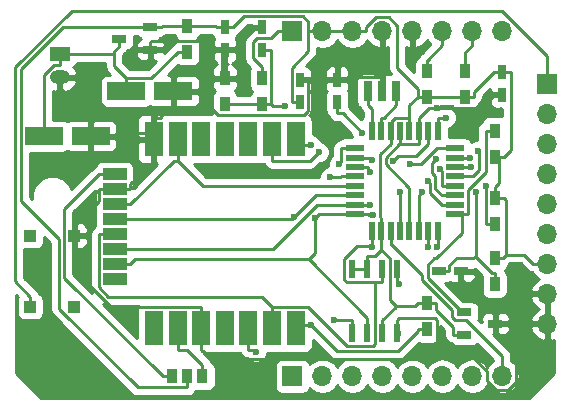
<source format=gtl>
G04 #@! TF.FileFunction,Copper,L1,Top,Signal*
%FSLAX46Y46*%
G04 Gerber Fmt 4.6, Leading zero omitted, Abs format (unit mm)*
G04 Created by KiCad (PCBNEW 4.0.7-e2-6376~58~ubuntu17.04.1) date Mon Oct  2 11:40:20 2017*
%MOMM*%
%LPD*%
G01*
G04 APERTURE LIST*
%ADD10C,0.100000*%
%ADD11R,0.750000X1.200000*%
%ADD12R,1.200000X0.750000*%
%ADD13R,3.200000X1.500000*%
%ADD14R,1.700000X1.700000*%
%ADD15O,1.700000X1.700000*%
%ADD16R,1.700000X1.200000*%
%ADD17O,1.700000X1.200000*%
%ADD18R,0.900000X1.200000*%
%ADD19R,1.000760X1.000760*%
%ADD20R,0.550000X1.600000*%
%ADD21R,1.600000X0.550000*%
%ADD22R,1.597660X2.997200*%
%ADD23R,2.000000X1.000000*%
%ADD24R,0.600000X1.550000*%
%ADD25R,1.220000X0.650000*%
%ADD26R,0.700000X1.700000*%
%ADD27R,0.970000X1.270000*%
%ADD28C,0.600000*%
%ADD29C,0.250000*%
%ADD30C,0.254000*%
G04 APERTURE END LIST*
D10*
D11*
X170815000Y-86040000D03*
X170815000Y-84140000D03*
X173990000Y-84140000D03*
X173990000Y-86040000D03*
D12*
X182565000Y-100330000D03*
X184465000Y-100330000D03*
D13*
X149130000Y-88900000D03*
X153130000Y-88900000D03*
X156115000Y-85090000D03*
X160115000Y-85090000D03*
D11*
X164465000Y-79695000D03*
X164465000Y-81595000D03*
X167640000Y-79695000D03*
X167640000Y-81595000D03*
X187960000Y-85405000D03*
X187960000Y-83505000D03*
D14*
X170180000Y-109220000D03*
D15*
X172720000Y-109220000D03*
X175260000Y-109220000D03*
X177800000Y-109220000D03*
X180340000Y-109220000D03*
X182880000Y-109220000D03*
X185420000Y-109220000D03*
X187960000Y-109220000D03*
D14*
X170180000Y-80010000D03*
D15*
X172720000Y-80010000D03*
X175260000Y-80010000D03*
X177800000Y-80010000D03*
X180340000Y-80010000D03*
X182880000Y-80010000D03*
X185420000Y-80010000D03*
X187960000Y-80010000D03*
D16*
X150495000Y-81915000D03*
D17*
X150495000Y-83915000D03*
D18*
X187325000Y-94150000D03*
X187325000Y-96350000D03*
X181610000Y-103040000D03*
X181610000Y-105240000D03*
X187325000Y-99230000D03*
X187325000Y-101430000D03*
X184785000Y-85555000D03*
X184785000Y-83355000D03*
X181610000Y-85555000D03*
X181610000Y-83355000D03*
X161290000Y-79545000D03*
X161290000Y-81745000D03*
X187325000Y-88435000D03*
X187325000Y-90635000D03*
X167640000Y-83990000D03*
X167640000Y-86190000D03*
X164465000Y-86190000D03*
X164465000Y-83990000D03*
D19*
X151709120Y-97330260D03*
X148010880Y-103329740D03*
X148010880Y-97330260D03*
X151709120Y-103329740D03*
D20*
X182505000Y-88460000D03*
X181705000Y-88460000D03*
X180905000Y-88460000D03*
X180105000Y-88460000D03*
X179305000Y-88460000D03*
X178505000Y-88460000D03*
X177705000Y-88460000D03*
X176905000Y-88460000D03*
D21*
X175455000Y-89910000D03*
X175455000Y-90710000D03*
X175455000Y-91510000D03*
X175455000Y-92310000D03*
X175455000Y-93110000D03*
X175455000Y-93910000D03*
X175455000Y-94710000D03*
X175455000Y-95510000D03*
D20*
X176905000Y-96960000D03*
X177705000Y-96960000D03*
X178505000Y-96960000D03*
X179305000Y-96960000D03*
X180105000Y-96960000D03*
X180905000Y-96960000D03*
X181705000Y-96960000D03*
X182505000Y-96960000D03*
D21*
X183955000Y-95510000D03*
X183955000Y-94710000D03*
X183955000Y-93910000D03*
X183955000Y-93110000D03*
X183955000Y-92310000D03*
X183955000Y-91510000D03*
X183955000Y-90710000D03*
X183955000Y-89910000D03*
D22*
X170464480Y-89156540D03*
X168465500Y-89154000D03*
X166463980Y-89154000D03*
X164465000Y-89154000D03*
X162466020Y-89154000D03*
X160464500Y-89154000D03*
X158465520Y-89154000D03*
X158465520Y-105156000D03*
X160464500Y-105156000D03*
X162466020Y-105156000D03*
X164465000Y-105156000D03*
X166463980Y-105156000D03*
X168465500Y-105156000D03*
X170464480Y-105156000D03*
D23*
X155130000Y-92120000D03*
X155130000Y-93390000D03*
X155130000Y-94660000D03*
X155130000Y-95930000D03*
X155130000Y-97200000D03*
X155130000Y-98470000D03*
X155130000Y-99740000D03*
X155130000Y-101010000D03*
D24*
X175260000Y-105570000D03*
X176530000Y-105570000D03*
X177800000Y-105570000D03*
X179070000Y-105570000D03*
X179070000Y-100170000D03*
X177800000Y-100170000D03*
X176530000Y-100170000D03*
X175260000Y-100170000D03*
D25*
X158155000Y-81595000D03*
X158155000Y-79695000D03*
X155535000Y-80645000D03*
X184745000Y-103825000D03*
X184745000Y-105725000D03*
X187365000Y-104775000D03*
D26*
X176600000Y-85090000D03*
X177800000Y-85090000D03*
X179000000Y-85090000D03*
D14*
X191770000Y-84455000D03*
D15*
X191770000Y-86995000D03*
X191770000Y-89535000D03*
X191770000Y-92075000D03*
X191770000Y-94615000D03*
X191770000Y-97155000D03*
X191770000Y-99695000D03*
X191770000Y-102235000D03*
X191770000Y-104775000D03*
D27*
X160020000Y-109220000D03*
X161290000Y-109220000D03*
X162560000Y-109220000D03*
D28*
X182457900Y-86521400D03*
X181653200Y-92709900D03*
X169528500Y-86363100D03*
X185896300Y-90123800D03*
X185773500Y-93636400D03*
X183167500Y-87334700D03*
X178718400Y-91007800D03*
X174137500Y-91294100D03*
X176889500Y-90880000D03*
X176783900Y-91953900D03*
X181662500Y-98264300D03*
X182469500Y-98285700D03*
X182372100Y-90860100D03*
X182652000Y-91666900D03*
X185327400Y-91531500D03*
X185264600Y-90710000D03*
X172091100Y-95841000D03*
X171775000Y-89679400D03*
X176989900Y-95566900D03*
X179182000Y-101449600D03*
X176768800Y-94764900D03*
X167131300Y-107156400D03*
X176968400Y-98325700D03*
X173391400Y-92362800D03*
X186549700Y-93148300D03*
X173678800Y-104469700D03*
X170339500Y-95747500D03*
X171764700Y-104917000D03*
X181188800Y-93636400D03*
X172409500Y-90262400D03*
X180150000Y-91226100D03*
X179305000Y-93636400D03*
X176116700Y-88618800D03*
D29*
X153804700Y-94409000D02*
X151709100Y-96504600D01*
X153804700Y-93390000D02*
X153804700Y-94409000D01*
X151709100Y-97330300D02*
X151709100Y-96504600D01*
X179305000Y-88460000D02*
X179305000Y-89585300D01*
X154467400Y-93390000D02*
X153804700Y-93390000D01*
X170815000Y-84140000D02*
X171515300Y-84140000D01*
X180105000Y-96960000D02*
X180105000Y-95834700D01*
X158950200Y-87330100D02*
X158465500Y-87330100D01*
X160115000Y-86165300D02*
X158950200Y-87330100D01*
X158465500Y-89154000D02*
X158465500Y-88601900D01*
X158465500Y-88601900D02*
X158465500Y-87330100D01*
X155353400Y-88601900D02*
X155055300Y-88900000D01*
X158465500Y-88601900D02*
X155353400Y-88601900D01*
X153130000Y-88900000D02*
X155055300Y-88900000D01*
X153130000Y-87475300D02*
X153130000Y-88900000D01*
X150495000Y-84840300D02*
X153130000Y-87475300D01*
X150495000Y-83915000D02*
X150495000Y-84840300D01*
X179070000Y-105570000D02*
X179070000Y-104469700D01*
X160115000Y-85289900D02*
X160115000Y-86165300D01*
X160115000Y-85289900D02*
X160115000Y-85264600D01*
X160115000Y-85090000D02*
X160115000Y-85177300D01*
X160115000Y-85177300D02*
X160115000Y-85264600D01*
X180905000Y-89585300D02*
X179305000Y-89585300D01*
X154467400Y-93390000D02*
X155130000Y-93390000D01*
X156455300Y-92988100D02*
X158465500Y-90977900D01*
X156455300Y-93390000D02*
X156455300Y-92988100D01*
X155130000Y-93390000D02*
X156455300Y-93390000D01*
X158465500Y-89154000D02*
X158465500Y-90977900D01*
X151709100Y-100232500D02*
X151709100Y-97330300D01*
X154808700Y-103332100D02*
X151709100Y-100232500D01*
X162466000Y-103332100D02*
X154808700Y-103332100D01*
X162466000Y-105156000D02*
X162466000Y-103332100D01*
X166939700Y-79820600D02*
X166939700Y-79695000D01*
X165165300Y-81595000D02*
X166939700Y-79820600D01*
X164465000Y-81595000D02*
X165165300Y-81595000D01*
X167640000Y-79695000D02*
X166939700Y-79695000D01*
X162466000Y-105156000D02*
X162466000Y-106979900D01*
X160115000Y-85177300D02*
X162502400Y-85177300D01*
X162502400Y-85177300D02*
X163689700Y-83990000D01*
X162989300Y-80819600D02*
X163764700Y-81595000D01*
X158280100Y-80819600D02*
X162989300Y-80819600D01*
X158155000Y-80944700D02*
X158280100Y-80819600D01*
X158155000Y-81595000D02*
X158155000Y-80944700D01*
X164465000Y-83990000D02*
X164271200Y-83990000D01*
X164271200Y-83990000D02*
X163689700Y-83990000D01*
X164271200Y-83990000D02*
X164271200Y-81595000D01*
X164465000Y-81595000D02*
X164271200Y-81595000D01*
X164271200Y-81595000D02*
X163764700Y-81595000D01*
X180105000Y-93278700D02*
X180105000Y-95834700D01*
X178087000Y-91260700D02*
X180105000Y-93278700D01*
X178087000Y-90742700D02*
X178087000Y-91260700D01*
X179244400Y-89585300D02*
X178087000Y-90742700D01*
X179305000Y-89585300D02*
X179244400Y-89585300D01*
X171515300Y-86806400D02*
X171515300Y-84140000D01*
X171192800Y-87128900D02*
X171515300Y-86806400D01*
X163885900Y-87128900D02*
X171192800Y-87128900D01*
X162502400Y-85745400D02*
X163885900Y-87128900D01*
X162502400Y-85177300D02*
X162502400Y-85745400D01*
X191770000Y-102235000D02*
X191770000Y-103410300D01*
X180905000Y-89022600D02*
X180905000Y-89585300D01*
X180905000Y-89022600D02*
X180905000Y-88460000D01*
X180905000Y-88460000D02*
X180905000Y-87334700D01*
X187960000Y-85405000D02*
X187259700Y-85405000D01*
X181718300Y-86521400D02*
X182457900Y-86521400D01*
X180905000Y-87334700D02*
X181718300Y-86521400D01*
X186143300Y-86521400D02*
X187259700Y-85405000D01*
X182457900Y-86521400D02*
X186143300Y-86521400D01*
X182454800Y-104499400D02*
X182454800Y-106966600D01*
X182270000Y-104314600D02*
X182454800Y-104499400D01*
X179225100Y-104314600D02*
X182270000Y-104314600D01*
X179070000Y-104469700D02*
X179225100Y-104314600D01*
X181638200Y-107783200D02*
X182454800Y-106966600D01*
X163269300Y-107783200D02*
X181638200Y-107783200D01*
X162466000Y-106979900D02*
X163269300Y-107783200D01*
X177800000Y-85090000D02*
X177800000Y-83914700D01*
X173990000Y-84140000D02*
X171515300Y-84140000D01*
X173990000Y-84140000D02*
X174690300Y-84140000D01*
X174915600Y-83914700D02*
X177800000Y-83914700D01*
X174690300Y-84140000D02*
X174915600Y-83914700D01*
X177800000Y-80010000D02*
X177800000Y-81185300D01*
X177800000Y-83914700D02*
X177800000Y-81185300D01*
X191770000Y-103410300D02*
X191770000Y-104775000D01*
X191770000Y-104775000D02*
X190594700Y-104775000D01*
X190594700Y-104775000D02*
X188654700Y-106715000D01*
X189159500Y-107219800D02*
X188654700Y-106715000D01*
X189159500Y-109710100D02*
X189159500Y-107219800D01*
X188463900Y-110405700D02*
X189159500Y-109710100D01*
X187455000Y-110405700D02*
X188463900Y-110405700D01*
X186690000Y-109640700D02*
X187455000Y-110405700D01*
X186690000Y-108825800D02*
X186690000Y-109640700D01*
X184830800Y-106966600D02*
X186690000Y-108825800D01*
X182454800Y-106966600D02*
X184830800Y-106966600D01*
X188654700Y-106715000D02*
X187365000Y-105425300D01*
X187365000Y-105100100D02*
X187365000Y-105425300D01*
X187365000Y-105100100D02*
X187365000Y-104775000D01*
X187365000Y-103930300D02*
X184465000Y-101030300D01*
X187365000Y-104775000D02*
X187365000Y-103930300D01*
X184465000Y-100330000D02*
X184465000Y-101030300D01*
X164465000Y-86190000D02*
X167640000Y-86190000D01*
X167640000Y-86190000D02*
X168415300Y-86190000D01*
X183955000Y-94710000D02*
X182829700Y-94710000D01*
X168588400Y-86363100D02*
X169528500Y-86363100D01*
X168415300Y-86190000D02*
X168588400Y-86363100D01*
X168415300Y-81670000D02*
X168415300Y-86190000D01*
X168340300Y-81595000D02*
X168415300Y-81670000D01*
X167640000Y-81595000D02*
X168340300Y-81595000D01*
X181814100Y-92870800D02*
X181653200Y-92709900D01*
X181814100Y-93694400D02*
X181814100Y-92870800D01*
X182829700Y-94710000D02*
X181814100Y-93694400D01*
X180105000Y-88460000D02*
X180105000Y-87334700D01*
X178505000Y-87679300D02*
X178505000Y-88460000D01*
X178849600Y-87334700D02*
X178505000Y-87679300D01*
X180105000Y-87334700D02*
X178849600Y-87334700D01*
X180105000Y-86284700D02*
X180105000Y-87334700D01*
X180834700Y-85555000D02*
X180105000Y-86284700D01*
X181610000Y-85555000D02*
X180834700Y-85555000D01*
X164465000Y-79695000D02*
X165165300Y-79695000D01*
X172720000Y-80010000D02*
X171544700Y-80010000D01*
X170815000Y-86040000D02*
X170114700Y-86040000D01*
X172720000Y-80010000D02*
X175260000Y-80010000D01*
X180834700Y-84870700D02*
X180834700Y-85555000D01*
X179070000Y-83106000D02*
X180834700Y-84870700D01*
X179070000Y-79547900D02*
X179070000Y-83106000D01*
X178342900Y-78820800D02*
X179070000Y-79547900D01*
X177257200Y-78820800D02*
X178342900Y-78820800D01*
X176435300Y-79642700D02*
X177257200Y-78820800D01*
X176435300Y-80010000D02*
X176435300Y-79642700D01*
X175260000Y-80010000D02*
X176435300Y-80010000D01*
X171544700Y-81689800D02*
X171544700Y-80010000D01*
X170114700Y-83119800D02*
X171544700Y-81689800D01*
X170114700Y-86040000D02*
X170114700Y-83119800D01*
X166099600Y-78760700D02*
X165165300Y-79695000D01*
X171103400Y-78760700D02*
X166099600Y-78760700D01*
X171544700Y-79202000D02*
X171103400Y-78760700D01*
X171544700Y-80010000D02*
X171544700Y-79202000D01*
X177705000Y-97522600D02*
X177705000Y-98085300D01*
X177705000Y-97522600D02*
X177705000Y-96960000D01*
X158155000Y-79695000D02*
X159090300Y-79695000D01*
X178505000Y-88460000D02*
X178505000Y-89585300D01*
X161290000Y-109220000D02*
X161290000Y-110180300D01*
X177800000Y-105570000D02*
X177800000Y-104469700D01*
X181610000Y-85555000D02*
X184785000Y-85555000D01*
X185560300Y-85204400D02*
X187259700Y-83505000D01*
X185560300Y-85555000D02*
X185560300Y-85204400D01*
X187960000Y-83505000D02*
X187259700Y-83505000D01*
X184785000Y-85555000D02*
X185560300Y-85555000D01*
X187960000Y-83505000D02*
X188660300Y-83505000D01*
X188660300Y-90075000D02*
X188660300Y-83505000D01*
X188100300Y-90635000D02*
X188660300Y-90075000D01*
X177705000Y-96960000D02*
X177705000Y-95834700D01*
X159240300Y-79545000D02*
X161290000Y-79545000D01*
X159090300Y-79695000D02*
X159240300Y-79545000D01*
X163614700Y-79545000D02*
X163764700Y-79695000D01*
X161290000Y-79545000D02*
X163614700Y-79545000D01*
X164465000Y-79695000D02*
X163764700Y-79695000D01*
X176524800Y-100170000D02*
X176530000Y-100164800D01*
X175260000Y-100170000D02*
X176524800Y-100170000D01*
X176530000Y-100170000D02*
X176530000Y-100164800D01*
X176530000Y-100164800D02*
X176530000Y-99069700D01*
X187325000Y-99230000D02*
X187980900Y-99230000D01*
X191770000Y-99695000D02*
X190594700Y-99695000D01*
X183809700Y-105036100D02*
X183809700Y-105725000D01*
X182385300Y-103611700D02*
X183809700Y-105036100D01*
X182385300Y-103040000D02*
X182385300Y-103611700D01*
X181610000Y-103040000D02*
X182385300Y-103040000D01*
X184745000Y-105725000D02*
X183809700Y-105725000D01*
X177636700Y-90453600D02*
X178505000Y-89585300D01*
X177636700Y-95766400D02*
X177636700Y-90453600D01*
X177705000Y-95834700D02*
X177636700Y-95766400D01*
X177705000Y-98514900D02*
X177705000Y-98085300D01*
X177150200Y-99069700D02*
X177705000Y-98514900D01*
X176530000Y-99069700D02*
X177150200Y-99069700D01*
X178425300Y-102783200D02*
X178923000Y-103280900D01*
X178425300Y-99235200D02*
X178425300Y-102783200D01*
X177705000Y-98514900D02*
X178425300Y-99235200D01*
X178923000Y-103346700D02*
X177800000Y-104469700D01*
X178923000Y-103280900D02*
X178923000Y-103346700D01*
X180593800Y-103280900D02*
X180834700Y-103040000D01*
X178923000Y-103280900D02*
X180593800Y-103280900D01*
X181610000Y-103040000D02*
X180834700Y-103040000D01*
X187325000Y-90635000D02*
X187712700Y-90635000D01*
X187712700Y-90635000D02*
X188100300Y-90635000D01*
X187712700Y-92837000D02*
X187325000Y-93224700D01*
X187712700Y-90635000D02*
X187712700Y-92837000D01*
X187325000Y-94150000D02*
X187325000Y-93224700D01*
X187325000Y-94150000D02*
X188100300Y-94150000D01*
X188287800Y-94337500D02*
X188100300Y-94150000D01*
X188287800Y-98923100D02*
X188287800Y-94337500D01*
X187980900Y-99230000D02*
X188287800Y-98923100D01*
X189822800Y-98923100D02*
X190594700Y-99695000D01*
X188287800Y-98923100D02*
X189822800Y-98923100D01*
X150741200Y-79695000D02*
X158155000Y-79695000D01*
X147204600Y-83231600D02*
X150741200Y-79695000D01*
X147204600Y-94379600D02*
X147204600Y-83231600D01*
X150432900Y-97607900D02*
X147204600Y-94379600D01*
X150432900Y-103517900D02*
X150432900Y-97607900D01*
X157095300Y-110180300D02*
X150432900Y-103517900D01*
X161290000Y-110180300D02*
X157095300Y-110180300D01*
X182565000Y-100330000D02*
X183490300Y-100330000D01*
X185442300Y-92310000D02*
X183955000Y-92310000D01*
X185954100Y-91798200D02*
X185442300Y-92310000D01*
X185954100Y-90181600D02*
X185954100Y-91798200D01*
X185896300Y-90123800D02*
X185954100Y-90181600D01*
X187068900Y-100504700D02*
X185641100Y-99076800D01*
X187325000Y-100504700D02*
X187068900Y-100504700D01*
X183490300Y-99827500D02*
X183490300Y-100330000D01*
X184141400Y-99176400D02*
X183490300Y-99827500D01*
X185541500Y-99176400D02*
X184141400Y-99176400D01*
X185641100Y-99076800D02*
X185541500Y-99176400D01*
X187325000Y-101430000D02*
X187325000Y-100504700D01*
X146710600Y-101203700D02*
X148010900Y-102504000D01*
X146710600Y-83088700D02*
X146710600Y-101203700D01*
X151508000Y-78291300D02*
X146710600Y-83088700D01*
X187903900Y-78291300D02*
X151508000Y-78291300D01*
X191770000Y-82157400D02*
X187903900Y-78291300D01*
X191770000Y-84455000D02*
X191770000Y-82157400D01*
X148010900Y-103329700D02*
X148010900Y-102504000D01*
X185773500Y-98944400D02*
X185773500Y-93636400D01*
X185641100Y-99076800D02*
X185773500Y-98944400D01*
X149130000Y-83699300D02*
X149130000Y-88900000D01*
X149989000Y-82840300D02*
X149130000Y-83699300D01*
X150495000Y-82840300D02*
X149989000Y-82840300D01*
X150495000Y-81915000D02*
X150495000Y-82840300D01*
X150495000Y-81915000D02*
X151670300Y-81915000D01*
X155535000Y-80645000D02*
X155535000Y-81295300D01*
X170180000Y-80010000D02*
X169004700Y-80010000D01*
X167640000Y-83990000D02*
X167640000Y-83064700D01*
X166892700Y-82317400D02*
X167640000Y-83064700D01*
X166892700Y-80892200D02*
X166892700Y-82317400D01*
X167164500Y-80620400D02*
X166892700Y-80892200D01*
X168394300Y-80620400D02*
X167164500Y-80620400D01*
X169004700Y-80010000D02*
X168394300Y-80620400D01*
X155084700Y-81915000D02*
X151670300Y-81915000D01*
X155084700Y-81745600D02*
X155084700Y-81915000D01*
X155535000Y-81295300D02*
X155084700Y-81745600D01*
X155084700Y-82984400D02*
X156115000Y-84014700D01*
X155084700Y-81915000D02*
X155084700Y-82984400D01*
X156115000Y-85090000D02*
X156115000Y-84014700D01*
X158245000Y-84014700D02*
X156115000Y-84014700D01*
X160514700Y-81745000D02*
X158245000Y-84014700D01*
X161290000Y-81745000D02*
X160514700Y-81745000D01*
X182505000Y-88460000D02*
X182505000Y-87334700D01*
X182505000Y-87334700D02*
X183167500Y-87334700D01*
X181705000Y-88460000D02*
X181705000Y-89585300D01*
X179125400Y-90600800D02*
X178718400Y-91007800D01*
X180689500Y-90600800D02*
X179125400Y-90600800D01*
X181705000Y-89585300D02*
X180689500Y-90600800D01*
X174329700Y-91101900D02*
X174137500Y-91294100D01*
X174329700Y-89910000D02*
X174329700Y-91101900D01*
X175455000Y-89910000D02*
X174329700Y-89910000D01*
X176719500Y-90710000D02*
X176889500Y-90880000D01*
X175455000Y-90710000D02*
X176719500Y-90710000D01*
X176580300Y-91750300D02*
X176783900Y-91953900D01*
X176580300Y-91510000D02*
X176580300Y-91750300D01*
X175455000Y-91510000D02*
X176580300Y-91510000D01*
X181705000Y-96960000D02*
X181705000Y-98085300D01*
X181705000Y-98221800D02*
X181662500Y-98264300D01*
X181705000Y-98085300D02*
X181705000Y-98221800D01*
X182505000Y-98250200D02*
X182469500Y-98285700D01*
X182505000Y-96960000D02*
X182505000Y-98250200D01*
X181635600Y-82429700D02*
X182880000Y-81185300D01*
X181610000Y-82429700D02*
X181635600Y-82429700D01*
X182880000Y-80010000D02*
X182880000Y-81185300D01*
X181610000Y-83355000D02*
X181610000Y-82429700D01*
X183955000Y-93910000D02*
X182829700Y-93910000D01*
X182025000Y-91207200D02*
X182372100Y-90860100D01*
X182025000Y-92057400D02*
X182025000Y-91207200D01*
X182278500Y-92310900D02*
X182025000Y-92057400D01*
X182278500Y-93358800D02*
X182278500Y-92310900D01*
X182829700Y-93910000D02*
X182278500Y-93358800D01*
X184785000Y-81820300D02*
X184785000Y-83355000D01*
X185420000Y-81185300D02*
X184785000Y-81820300D01*
X185420000Y-80010000D02*
X185420000Y-81185300D01*
X183955000Y-93110000D02*
X182829700Y-93110000D01*
X182829700Y-91844600D02*
X182652000Y-91666900D01*
X182829700Y-93110000D02*
X182829700Y-91844600D01*
X183955000Y-91510000D02*
X185080300Y-91510000D01*
X185101800Y-91531500D02*
X185327400Y-91531500D01*
X185080300Y-91510000D02*
X185101800Y-91531500D01*
X183955000Y-90710000D02*
X185080300Y-90710000D01*
X185080300Y-90710000D02*
X185264600Y-90710000D01*
X155130000Y-99740000D02*
X156455300Y-99740000D01*
X176530000Y-105570000D02*
X176530000Y-104469700D01*
X175455000Y-95510000D02*
X174442300Y-95510000D01*
X172422100Y-95510000D02*
X172091100Y-95841000D01*
X174442300Y-95510000D02*
X172422100Y-95510000D01*
X170987400Y-89679400D02*
X171775000Y-89679400D01*
X170464500Y-89156500D02*
X170987400Y-89679400D01*
X172091100Y-98802800D02*
X171558700Y-99335200D01*
X172091100Y-95841000D02*
X172091100Y-98802800D01*
X176530000Y-104306500D02*
X171558700Y-99335200D01*
X176530000Y-104469700D02*
X176530000Y-104306500D01*
X156860100Y-99335200D02*
X156455300Y-99740000D01*
X171558700Y-99335200D02*
X156860100Y-99335200D01*
X176637200Y-95566900D02*
X176580300Y-95510000D01*
X176989900Y-95566900D02*
X176637200Y-95566900D01*
X175455000Y-95510000D02*
X176580300Y-95510000D01*
X179070000Y-100170000D02*
X179070000Y-101270300D01*
X179182000Y-101382300D02*
X179070000Y-101270300D01*
X179182000Y-101449600D02*
X179182000Y-101382300D01*
X175455000Y-94710000D02*
X176580300Y-94710000D01*
X176635200Y-94764900D02*
X176768800Y-94764900D01*
X176580300Y-94710000D02*
X176635200Y-94764900D01*
X168507800Y-98470000D02*
X155130000Y-98470000D01*
X172267800Y-94710000D02*
X168507800Y-98470000D01*
X175455000Y-94710000D02*
X172267800Y-94710000D01*
X166954800Y-106979900D02*
X166464000Y-106979900D01*
X167131300Y-107156400D02*
X166954800Y-106979900D01*
X166464000Y-105156000D02*
X166464000Y-106979900D01*
X177800000Y-100170000D02*
X177800000Y-101270300D01*
X176905000Y-96960000D02*
X176905000Y-98085300D01*
X168465500Y-105156000D02*
X168465500Y-103332100D01*
X177800000Y-101270300D02*
X177174600Y-101270300D01*
X176816500Y-98173800D02*
X176905000Y-98085300D01*
X176968400Y-98325700D02*
X176816500Y-98173800D01*
X174785400Y-101270300D02*
X177174600Y-101270300D01*
X174595800Y-101080700D02*
X174785400Y-101270300D01*
X174595800Y-99269200D02*
X174595800Y-101080700D01*
X175691200Y-98173800D02*
X174595800Y-99269200D01*
X176816500Y-98173800D02*
X175691200Y-98173800D01*
X155130000Y-97200000D02*
X153804700Y-97200000D01*
X171485000Y-103332100D02*
X168465500Y-103332100D01*
X174823300Y-106670400D02*
X171485000Y-103332100D01*
X177029900Y-106670400D02*
X174823300Y-106670400D01*
X177174600Y-106525700D02*
X177029900Y-106670400D01*
X177174600Y-101270300D02*
X177174600Y-106525700D01*
X153804700Y-101687500D02*
X153804700Y-97200000D01*
X154609200Y-102492000D02*
X153804700Y-101687500D01*
X167625400Y-102492000D02*
X154609200Y-102492000D01*
X168465500Y-103332100D02*
X167625400Y-102492000D01*
X174276900Y-92362800D02*
X174329700Y-92310000D01*
X173391400Y-92362800D02*
X174276900Y-92362800D01*
X175455000Y-92310000D02*
X174329700Y-92310000D01*
X187325000Y-96350000D02*
X186549700Y-96350000D01*
X186549700Y-93148300D02*
X186549700Y-96350000D01*
X175260000Y-105570000D02*
X175260000Y-104469700D01*
X175260000Y-104469700D02*
X173678800Y-104469700D01*
X175455000Y-93910000D02*
X174329700Y-93910000D01*
X170157000Y-95930000D02*
X170339500Y-95747500D01*
X155130000Y-95930000D02*
X170157000Y-95930000D01*
X181610000Y-105240000D02*
X180834700Y-105240000D01*
X170703500Y-104917000D02*
X170464500Y-105156000D01*
X171764700Y-104917000D02*
X170703500Y-104917000D01*
X180834700Y-105433800D02*
X180834700Y-105240000D01*
X179134300Y-107134200D02*
X180834700Y-105433800D01*
X173981900Y-107134200D02*
X179134300Y-107134200D01*
X171764700Y-104917000D02*
X173981900Y-107134200D01*
X172177000Y-93910000D02*
X170339500Y-95747500D01*
X174329700Y-93910000D02*
X172177000Y-93910000D01*
X187325000Y-88435000D02*
X186549700Y-88435000D01*
X183955000Y-95510000D02*
X184517700Y-95510000D01*
X184517700Y-95510000D02*
X185080300Y-95510000D01*
X184542900Y-103825000D02*
X184745000Y-103825000D01*
X181639600Y-100921700D02*
X184542900Y-103825000D01*
X181639600Y-99817600D02*
X181639600Y-100921700D01*
X182202100Y-99255100D02*
X181639600Y-99817600D01*
X182389800Y-99255100D02*
X182202100Y-99255100D01*
X184517700Y-97127200D02*
X182389800Y-99255100D01*
X184517700Y-95510000D02*
X184517700Y-97127200D01*
X185080300Y-93445300D02*
X185080300Y-95510000D01*
X186549700Y-91975900D02*
X185080300Y-93445300D01*
X186549700Y-88435000D02*
X186549700Y-91975900D01*
X177930600Y-87334700D02*
X177705000Y-87334700D01*
X179000000Y-86265300D02*
X177930600Y-87334700D01*
X179000000Y-85090000D02*
X179000000Y-86265300D01*
X177705000Y-88460000D02*
X177705000Y-87334700D01*
X176905000Y-86570300D02*
X176905000Y-88460000D01*
X176600000Y-86265300D02*
X176905000Y-86570300D01*
X176600000Y-85090000D02*
X176600000Y-86265300D01*
X160137400Y-90977900D02*
X160464500Y-90977900D01*
X156455300Y-94660000D02*
X160137400Y-90977900D01*
X155130000Y-94660000D02*
X156455300Y-94660000D01*
X160464500Y-89154000D02*
X160464500Y-90865300D01*
X160464500Y-90865300D02*
X160464500Y-90977900D01*
X162596600Y-93110000D02*
X175455000Y-93110000D01*
X160464500Y-90977900D02*
X162596600Y-93110000D01*
X187960000Y-107542900D02*
X187960000Y-109220000D01*
X184892500Y-104475400D02*
X187960000Y-107542900D01*
X183925600Y-104475400D02*
X184892500Y-104475400D01*
X183700300Y-104250100D02*
X183925600Y-104475400D01*
X183700300Y-103619400D02*
X183700300Y-104250100D01*
X181163800Y-101082900D02*
X183700300Y-103619400D01*
X181163800Y-100655300D02*
X181163800Y-101082900D01*
X178593800Y-98085300D02*
X181163800Y-100655300D01*
X178505000Y-98085300D02*
X178593800Y-98085300D01*
X178505000Y-96960000D02*
X178505000Y-98085300D01*
X180905000Y-96960000D02*
X180905000Y-95834700D01*
X180905000Y-93920200D02*
X181188800Y-93636400D01*
X180905000Y-95834700D02*
X180905000Y-93920200D01*
X182393300Y-89910000D02*
X183955000Y-89910000D01*
X181077200Y-91226100D02*
X182393300Y-89910000D01*
X180150000Y-91226100D02*
X181077200Y-91226100D01*
X168465500Y-89154000D02*
X168465500Y-90977900D01*
X171691400Y-90980500D02*
X172409500Y-90262400D01*
X168468100Y-90980500D02*
X171691400Y-90980500D01*
X168465500Y-90977900D02*
X168468100Y-90980500D01*
X173990000Y-86040000D02*
X173990000Y-86965300D01*
X174463200Y-86965300D02*
X176116700Y-88618800D01*
X173990000Y-86965300D02*
X174463200Y-86965300D01*
X179305000Y-96960000D02*
X179305000Y-93636400D01*
X150883300Y-95041400D02*
X153804700Y-92120000D01*
X150883300Y-100893600D02*
X150883300Y-95041400D01*
X159209700Y-109220000D02*
X150883300Y-100893600D01*
X160020000Y-109220000D02*
X159209700Y-109220000D01*
X155130000Y-92120000D02*
X153804700Y-92120000D01*
X162560000Y-109220000D02*
X162560000Y-108259700D01*
X160464500Y-105156000D02*
X160464500Y-106979900D01*
X161280200Y-106979900D02*
X162560000Y-108259700D01*
X160464500Y-106979900D02*
X161280200Y-106979900D01*
D30*
G36*
X149672900Y-97922702D02*
X149672900Y-103517900D01*
X149730752Y-103808739D01*
X149895499Y-104055301D01*
X156557899Y-110717701D01*
X156804460Y-110882448D01*
X156852714Y-110892046D01*
X157095300Y-110940300D01*
X161290000Y-110940300D01*
X161580839Y-110882448D01*
X161827401Y-110717701D01*
X161983601Y-110483931D01*
X162075000Y-110502440D01*
X163045000Y-110502440D01*
X163280317Y-110458162D01*
X163496441Y-110319090D01*
X163641431Y-110106890D01*
X163692440Y-109855000D01*
X163692440Y-108585000D01*
X163648162Y-108349683D01*
X163509090Y-108133559D01*
X163296890Y-107988569D01*
X163264775Y-107982065D01*
X163262148Y-107968861D01*
X163097401Y-107722299D01*
X162593022Y-107217920D01*
X162593022Y-107130852D01*
X162751770Y-107289600D01*
X163391160Y-107289600D01*
X163461291Y-107260551D01*
X163666170Y-107302040D01*
X165263830Y-107302040D01*
X165471856Y-107262897D01*
X165665150Y-107302040D01*
X165782767Y-107302040D01*
X165926599Y-107517301D01*
X166173161Y-107682048D01*
X166374966Y-107722190D01*
X166600973Y-107948592D01*
X166944501Y-108091238D01*
X167316467Y-108091562D01*
X167660243Y-107949517D01*
X167923492Y-107686727D01*
X168066138Y-107343199D01*
X168066174Y-107302040D01*
X169264330Y-107302040D01*
X169472356Y-107262897D01*
X169665650Y-107302040D01*
X171263310Y-107302040D01*
X171498627Y-107257762D01*
X171714751Y-107118690D01*
X171859741Y-106906490D01*
X171910750Y-106654600D01*
X171910750Y-106137852D01*
X173444499Y-107671601D01*
X173691060Y-107836348D01*
X173981900Y-107894200D01*
X174579089Y-107894200D01*
X174209946Y-108140853D01*
X173990000Y-108470026D01*
X173770054Y-108140853D01*
X173288285Y-107818946D01*
X172720000Y-107705907D01*
X172151715Y-107818946D01*
X171669946Y-108140853D01*
X171642150Y-108182452D01*
X171633162Y-108134683D01*
X171494090Y-107918559D01*
X171281890Y-107773569D01*
X171030000Y-107722560D01*
X169330000Y-107722560D01*
X169094683Y-107766838D01*
X168878559Y-107905910D01*
X168733569Y-108118110D01*
X168682560Y-108370000D01*
X168682560Y-110070000D01*
X168726838Y-110305317D01*
X168865910Y-110521441D01*
X169078110Y-110666431D01*
X169330000Y-110717440D01*
X171030000Y-110717440D01*
X171265317Y-110673162D01*
X171481441Y-110534090D01*
X171626431Y-110321890D01*
X171640086Y-110254459D01*
X171669946Y-110299147D01*
X172151715Y-110621054D01*
X172720000Y-110734093D01*
X173288285Y-110621054D01*
X173770054Y-110299147D01*
X173990000Y-109969974D01*
X174209946Y-110299147D01*
X174691715Y-110621054D01*
X175260000Y-110734093D01*
X175828285Y-110621054D01*
X176310054Y-110299147D01*
X176530000Y-109969974D01*
X176749946Y-110299147D01*
X177231715Y-110621054D01*
X177800000Y-110734093D01*
X178368285Y-110621054D01*
X178850054Y-110299147D01*
X179070000Y-109969974D01*
X179289946Y-110299147D01*
X179771715Y-110621054D01*
X180340000Y-110734093D01*
X180908285Y-110621054D01*
X181390054Y-110299147D01*
X181610000Y-109969974D01*
X181829946Y-110299147D01*
X182311715Y-110621054D01*
X182880000Y-110734093D01*
X183448285Y-110621054D01*
X183930054Y-110299147D01*
X184150000Y-109969974D01*
X184369946Y-110299147D01*
X184851715Y-110621054D01*
X185420000Y-110734093D01*
X185988285Y-110621054D01*
X186470054Y-110299147D01*
X186690000Y-109969974D01*
X186909946Y-110299147D01*
X187391715Y-110621054D01*
X187960000Y-110734093D01*
X188528285Y-110621054D01*
X189010054Y-110299147D01*
X189331961Y-109817378D01*
X189445000Y-109249093D01*
X189445000Y-109190907D01*
X189331961Y-108622622D01*
X189010054Y-108140853D01*
X188720000Y-107947046D01*
X188720000Y-107542900D01*
X188662148Y-107252061D01*
X188497401Y-107005499D01*
X187153076Y-105661174D01*
X187238000Y-105576250D01*
X187238000Y-104902000D01*
X187492000Y-104902000D01*
X187492000Y-105576250D01*
X187650750Y-105735000D01*
X188101309Y-105735000D01*
X188334698Y-105638327D01*
X188513327Y-105459699D01*
X188610000Y-105226310D01*
X188610000Y-105131890D01*
X190328524Y-105131890D01*
X190498355Y-105541924D01*
X190888642Y-105970183D01*
X191413108Y-106216486D01*
X191643000Y-106095819D01*
X191643000Y-104902000D01*
X190449845Y-104902000D01*
X190328524Y-105131890D01*
X188610000Y-105131890D01*
X188610000Y-105060750D01*
X188451250Y-104902000D01*
X187492000Y-104902000D01*
X187238000Y-104902000D01*
X187218000Y-104902000D01*
X187218000Y-104648000D01*
X187238000Y-104648000D01*
X187238000Y-103973750D01*
X187492000Y-103973750D01*
X187492000Y-104648000D01*
X188451250Y-104648000D01*
X188610000Y-104489250D01*
X188610000Y-104323690D01*
X188513327Y-104090301D01*
X188334698Y-103911673D01*
X188101309Y-103815000D01*
X187650750Y-103815000D01*
X187492000Y-103973750D01*
X187238000Y-103973750D01*
X187079250Y-103815000D01*
X186628691Y-103815000D01*
X186395302Y-103911673D01*
X186216673Y-104090301D01*
X186120000Y-104323690D01*
X186120000Y-104489250D01*
X186278748Y-104647998D01*
X186139900Y-104647998D01*
X185928034Y-104436132D01*
X185951431Y-104401890D01*
X186002440Y-104150000D01*
X186002440Y-103500000D01*
X185958162Y-103264683D01*
X185819090Y-103048559D01*
X185606890Y-102903569D01*
X185355000Y-102852560D01*
X184645262Y-102852560D01*
X183145142Y-101352440D01*
X183165000Y-101352440D01*
X183400317Y-101308162D01*
X183503646Y-101241671D01*
X183505302Y-101243327D01*
X183738691Y-101340000D01*
X184179250Y-101340000D01*
X184338000Y-101181250D01*
X184338000Y-100457000D01*
X184592000Y-100457000D01*
X184592000Y-101181250D01*
X184750750Y-101340000D01*
X185191309Y-101340000D01*
X185424698Y-101243327D01*
X185603327Y-101064699D01*
X185700000Y-100831310D01*
X185700000Y-100615750D01*
X185541250Y-100457000D01*
X184592000Y-100457000D01*
X184338000Y-100457000D01*
X184318000Y-100457000D01*
X184318000Y-100203000D01*
X184338000Y-100203000D01*
X184338000Y-100183000D01*
X184592000Y-100183000D01*
X184592000Y-100203000D01*
X185541250Y-100203000D01*
X185616856Y-100127394D01*
X186243029Y-100753611D01*
X186227560Y-100830000D01*
X186227560Y-102030000D01*
X186271838Y-102265317D01*
X186410910Y-102481441D01*
X186623110Y-102626431D01*
X186875000Y-102677440D01*
X187775000Y-102677440D01*
X188010317Y-102633162D01*
X188074455Y-102591890D01*
X190328524Y-102591890D01*
X190498355Y-103001924D01*
X190888642Y-103430183D01*
X191047954Y-103505000D01*
X190888642Y-103579817D01*
X190498355Y-104008076D01*
X190328524Y-104418110D01*
X190449845Y-104648000D01*
X191643000Y-104648000D01*
X191643000Y-102362000D01*
X190449845Y-102362000D01*
X190328524Y-102591890D01*
X188074455Y-102591890D01*
X188226441Y-102494090D01*
X188371431Y-102281890D01*
X188422440Y-102030000D01*
X188422440Y-100830000D01*
X188378162Y-100594683D01*
X188239090Y-100378559D01*
X188169289Y-100330866D01*
X188226441Y-100294090D01*
X188371431Y-100081890D01*
X188422100Y-99831680D01*
X188518301Y-99767401D01*
X188602602Y-99683100D01*
X189507998Y-99683100D01*
X190057299Y-100232401D01*
X190303860Y-100397148D01*
X190352114Y-100406746D01*
X190482077Y-100432598D01*
X190690853Y-100745054D01*
X191031553Y-100972702D01*
X190888642Y-101039817D01*
X190498355Y-101468076D01*
X190328524Y-101878110D01*
X190449845Y-102108000D01*
X191643000Y-102108000D01*
X191643000Y-102088000D01*
X191897000Y-102088000D01*
X191897000Y-102108000D01*
X191917000Y-102108000D01*
X191917000Y-102362000D01*
X191897000Y-102362000D01*
X191897000Y-104648000D01*
X191917000Y-104648000D01*
X191917000Y-104902000D01*
X191897000Y-104902000D01*
X191897000Y-106095819D01*
X192126892Y-106216486D01*
X192330000Y-106121101D01*
X192330000Y-108925909D01*
X190205908Y-111050000D01*
X148884091Y-111050000D01*
X146760000Y-108925908D01*
X146760000Y-102327902D01*
X146952834Y-102520736D01*
X146914069Y-102577470D01*
X146863060Y-102829360D01*
X146863060Y-103830120D01*
X146907338Y-104065437D01*
X147046410Y-104281561D01*
X147258610Y-104426551D01*
X147510500Y-104477560D01*
X148511260Y-104477560D01*
X148746577Y-104433282D01*
X148962701Y-104294210D01*
X149107691Y-104082010D01*
X149158700Y-103830120D01*
X149158700Y-102829360D01*
X149114422Y-102594043D01*
X148975350Y-102377919D01*
X148763150Y-102232929D01*
X148715042Y-102223187D01*
X148713048Y-102213161D01*
X148548301Y-101966599D01*
X147470600Y-100888898D01*
X147470600Y-98470000D01*
X147510500Y-98478080D01*
X148511260Y-98478080D01*
X148746577Y-98433802D01*
X148962701Y-98294730D01*
X149107691Y-98082530D01*
X149158700Y-97830640D01*
X149158700Y-97408502D01*
X149672900Y-97922702D01*
X149672900Y-97922702D01*
G37*
X149672900Y-97922702D02*
X149672900Y-103517900D01*
X149730752Y-103808739D01*
X149895499Y-104055301D01*
X156557899Y-110717701D01*
X156804460Y-110882448D01*
X156852714Y-110892046D01*
X157095300Y-110940300D01*
X161290000Y-110940300D01*
X161580839Y-110882448D01*
X161827401Y-110717701D01*
X161983601Y-110483931D01*
X162075000Y-110502440D01*
X163045000Y-110502440D01*
X163280317Y-110458162D01*
X163496441Y-110319090D01*
X163641431Y-110106890D01*
X163692440Y-109855000D01*
X163692440Y-108585000D01*
X163648162Y-108349683D01*
X163509090Y-108133559D01*
X163296890Y-107988569D01*
X163264775Y-107982065D01*
X163262148Y-107968861D01*
X163097401Y-107722299D01*
X162593022Y-107217920D01*
X162593022Y-107130852D01*
X162751770Y-107289600D01*
X163391160Y-107289600D01*
X163461291Y-107260551D01*
X163666170Y-107302040D01*
X165263830Y-107302040D01*
X165471856Y-107262897D01*
X165665150Y-107302040D01*
X165782767Y-107302040D01*
X165926599Y-107517301D01*
X166173161Y-107682048D01*
X166374966Y-107722190D01*
X166600973Y-107948592D01*
X166944501Y-108091238D01*
X167316467Y-108091562D01*
X167660243Y-107949517D01*
X167923492Y-107686727D01*
X168066138Y-107343199D01*
X168066174Y-107302040D01*
X169264330Y-107302040D01*
X169472356Y-107262897D01*
X169665650Y-107302040D01*
X171263310Y-107302040D01*
X171498627Y-107257762D01*
X171714751Y-107118690D01*
X171859741Y-106906490D01*
X171910750Y-106654600D01*
X171910750Y-106137852D01*
X173444499Y-107671601D01*
X173691060Y-107836348D01*
X173981900Y-107894200D01*
X174579089Y-107894200D01*
X174209946Y-108140853D01*
X173990000Y-108470026D01*
X173770054Y-108140853D01*
X173288285Y-107818946D01*
X172720000Y-107705907D01*
X172151715Y-107818946D01*
X171669946Y-108140853D01*
X171642150Y-108182452D01*
X171633162Y-108134683D01*
X171494090Y-107918559D01*
X171281890Y-107773569D01*
X171030000Y-107722560D01*
X169330000Y-107722560D01*
X169094683Y-107766838D01*
X168878559Y-107905910D01*
X168733569Y-108118110D01*
X168682560Y-108370000D01*
X168682560Y-110070000D01*
X168726838Y-110305317D01*
X168865910Y-110521441D01*
X169078110Y-110666431D01*
X169330000Y-110717440D01*
X171030000Y-110717440D01*
X171265317Y-110673162D01*
X171481441Y-110534090D01*
X171626431Y-110321890D01*
X171640086Y-110254459D01*
X171669946Y-110299147D01*
X172151715Y-110621054D01*
X172720000Y-110734093D01*
X173288285Y-110621054D01*
X173770054Y-110299147D01*
X173990000Y-109969974D01*
X174209946Y-110299147D01*
X174691715Y-110621054D01*
X175260000Y-110734093D01*
X175828285Y-110621054D01*
X176310054Y-110299147D01*
X176530000Y-109969974D01*
X176749946Y-110299147D01*
X177231715Y-110621054D01*
X177800000Y-110734093D01*
X178368285Y-110621054D01*
X178850054Y-110299147D01*
X179070000Y-109969974D01*
X179289946Y-110299147D01*
X179771715Y-110621054D01*
X180340000Y-110734093D01*
X180908285Y-110621054D01*
X181390054Y-110299147D01*
X181610000Y-109969974D01*
X181829946Y-110299147D01*
X182311715Y-110621054D01*
X182880000Y-110734093D01*
X183448285Y-110621054D01*
X183930054Y-110299147D01*
X184150000Y-109969974D01*
X184369946Y-110299147D01*
X184851715Y-110621054D01*
X185420000Y-110734093D01*
X185988285Y-110621054D01*
X186470054Y-110299147D01*
X186690000Y-109969974D01*
X186909946Y-110299147D01*
X187391715Y-110621054D01*
X187960000Y-110734093D01*
X188528285Y-110621054D01*
X189010054Y-110299147D01*
X189331961Y-109817378D01*
X189445000Y-109249093D01*
X189445000Y-109190907D01*
X189331961Y-108622622D01*
X189010054Y-108140853D01*
X188720000Y-107947046D01*
X188720000Y-107542900D01*
X188662148Y-107252061D01*
X188497401Y-107005499D01*
X187153076Y-105661174D01*
X187238000Y-105576250D01*
X187238000Y-104902000D01*
X187492000Y-104902000D01*
X187492000Y-105576250D01*
X187650750Y-105735000D01*
X188101309Y-105735000D01*
X188334698Y-105638327D01*
X188513327Y-105459699D01*
X188610000Y-105226310D01*
X188610000Y-105131890D01*
X190328524Y-105131890D01*
X190498355Y-105541924D01*
X190888642Y-105970183D01*
X191413108Y-106216486D01*
X191643000Y-106095819D01*
X191643000Y-104902000D01*
X190449845Y-104902000D01*
X190328524Y-105131890D01*
X188610000Y-105131890D01*
X188610000Y-105060750D01*
X188451250Y-104902000D01*
X187492000Y-104902000D01*
X187238000Y-104902000D01*
X187218000Y-104902000D01*
X187218000Y-104648000D01*
X187238000Y-104648000D01*
X187238000Y-103973750D01*
X187492000Y-103973750D01*
X187492000Y-104648000D01*
X188451250Y-104648000D01*
X188610000Y-104489250D01*
X188610000Y-104323690D01*
X188513327Y-104090301D01*
X188334698Y-103911673D01*
X188101309Y-103815000D01*
X187650750Y-103815000D01*
X187492000Y-103973750D01*
X187238000Y-103973750D01*
X187079250Y-103815000D01*
X186628691Y-103815000D01*
X186395302Y-103911673D01*
X186216673Y-104090301D01*
X186120000Y-104323690D01*
X186120000Y-104489250D01*
X186278748Y-104647998D01*
X186139900Y-104647998D01*
X185928034Y-104436132D01*
X185951431Y-104401890D01*
X186002440Y-104150000D01*
X186002440Y-103500000D01*
X185958162Y-103264683D01*
X185819090Y-103048559D01*
X185606890Y-102903569D01*
X185355000Y-102852560D01*
X184645262Y-102852560D01*
X183145142Y-101352440D01*
X183165000Y-101352440D01*
X183400317Y-101308162D01*
X183503646Y-101241671D01*
X183505302Y-101243327D01*
X183738691Y-101340000D01*
X184179250Y-101340000D01*
X184338000Y-101181250D01*
X184338000Y-100457000D01*
X184592000Y-100457000D01*
X184592000Y-101181250D01*
X184750750Y-101340000D01*
X185191309Y-101340000D01*
X185424698Y-101243327D01*
X185603327Y-101064699D01*
X185700000Y-100831310D01*
X185700000Y-100615750D01*
X185541250Y-100457000D01*
X184592000Y-100457000D01*
X184338000Y-100457000D01*
X184318000Y-100457000D01*
X184318000Y-100203000D01*
X184338000Y-100203000D01*
X184338000Y-100183000D01*
X184592000Y-100183000D01*
X184592000Y-100203000D01*
X185541250Y-100203000D01*
X185616856Y-100127394D01*
X186243029Y-100753611D01*
X186227560Y-100830000D01*
X186227560Y-102030000D01*
X186271838Y-102265317D01*
X186410910Y-102481441D01*
X186623110Y-102626431D01*
X186875000Y-102677440D01*
X187775000Y-102677440D01*
X188010317Y-102633162D01*
X188074455Y-102591890D01*
X190328524Y-102591890D01*
X190498355Y-103001924D01*
X190888642Y-103430183D01*
X191047954Y-103505000D01*
X190888642Y-103579817D01*
X190498355Y-104008076D01*
X190328524Y-104418110D01*
X190449845Y-104648000D01*
X191643000Y-104648000D01*
X191643000Y-102362000D01*
X190449845Y-102362000D01*
X190328524Y-102591890D01*
X188074455Y-102591890D01*
X188226441Y-102494090D01*
X188371431Y-102281890D01*
X188422440Y-102030000D01*
X188422440Y-100830000D01*
X188378162Y-100594683D01*
X188239090Y-100378559D01*
X188169289Y-100330866D01*
X188226441Y-100294090D01*
X188371431Y-100081890D01*
X188422100Y-99831680D01*
X188518301Y-99767401D01*
X188602602Y-99683100D01*
X189507998Y-99683100D01*
X190057299Y-100232401D01*
X190303860Y-100397148D01*
X190352114Y-100406746D01*
X190482077Y-100432598D01*
X190690853Y-100745054D01*
X191031553Y-100972702D01*
X190888642Y-101039817D01*
X190498355Y-101468076D01*
X190328524Y-101878110D01*
X190449845Y-102108000D01*
X191643000Y-102108000D01*
X191643000Y-102088000D01*
X191897000Y-102088000D01*
X191897000Y-102108000D01*
X191917000Y-102108000D01*
X191917000Y-102362000D01*
X191897000Y-102362000D01*
X191897000Y-104648000D01*
X191917000Y-104648000D01*
X191917000Y-104902000D01*
X191897000Y-104902000D01*
X191897000Y-106095819D01*
X192126892Y-106216486D01*
X192330000Y-106121101D01*
X192330000Y-108925909D01*
X190205908Y-111050000D01*
X148884091Y-111050000D01*
X146760000Y-108925908D01*
X146760000Y-102327902D01*
X146952834Y-102520736D01*
X146914069Y-102577470D01*
X146863060Y-102829360D01*
X146863060Y-103830120D01*
X146907338Y-104065437D01*
X147046410Y-104281561D01*
X147258610Y-104426551D01*
X147510500Y-104477560D01*
X148511260Y-104477560D01*
X148746577Y-104433282D01*
X148962701Y-104294210D01*
X149107691Y-104082010D01*
X149158700Y-103830120D01*
X149158700Y-102829360D01*
X149114422Y-102594043D01*
X148975350Y-102377919D01*
X148763150Y-102232929D01*
X148715042Y-102223187D01*
X148713048Y-102213161D01*
X148548301Y-101966599D01*
X147470600Y-100888898D01*
X147470600Y-98470000D01*
X147510500Y-98478080D01*
X148511260Y-98478080D01*
X148746577Y-98433802D01*
X148962701Y-98294730D01*
X149107691Y-98082530D01*
X149158700Y-97830640D01*
X149158700Y-97408502D01*
X149672900Y-97922702D01*
G36*
X183049700Y-105350902D02*
X183049700Y-105725000D01*
X183107552Y-106015839D01*
X183272299Y-106262401D01*
X183518861Y-106427148D01*
X183638405Y-106450927D01*
X183670910Y-106501441D01*
X183883110Y-106646431D01*
X184135000Y-106697440D01*
X185355000Y-106697440D01*
X185590317Y-106653162D01*
X185806441Y-106514090D01*
X185826715Y-106484417D01*
X187200000Y-107857702D01*
X187200000Y-107947046D01*
X186909946Y-108140853D01*
X186690000Y-108470026D01*
X186470054Y-108140853D01*
X185988285Y-107818946D01*
X185420000Y-107705907D01*
X184851715Y-107818946D01*
X184369946Y-108140853D01*
X184150000Y-108470026D01*
X183930054Y-108140853D01*
X183448285Y-107818946D01*
X182880000Y-107705907D01*
X182311715Y-107818946D01*
X181829946Y-108140853D01*
X181610000Y-108470026D01*
X181390054Y-108140853D01*
X180908285Y-107818946D01*
X180340000Y-107705907D01*
X179771715Y-107818946D01*
X179289946Y-108140853D01*
X179070000Y-108470026D01*
X178850054Y-108140853D01*
X178480911Y-107894200D01*
X179134300Y-107894200D01*
X179425139Y-107836348D01*
X179671701Y-107671601D01*
X180907374Y-106435928D01*
X180908110Y-106436431D01*
X181160000Y-106487440D01*
X182060000Y-106487440D01*
X182295317Y-106443162D01*
X182511441Y-106304090D01*
X182656431Y-106091890D01*
X182707440Y-105840000D01*
X182707440Y-105008642D01*
X183049700Y-105350902D01*
X183049700Y-105350902D01*
G37*
X183049700Y-105350902D02*
X183049700Y-105725000D01*
X183107552Y-106015839D01*
X183272299Y-106262401D01*
X183518861Y-106427148D01*
X183638405Y-106450927D01*
X183670910Y-106501441D01*
X183883110Y-106646431D01*
X184135000Y-106697440D01*
X185355000Y-106697440D01*
X185590317Y-106653162D01*
X185806441Y-106514090D01*
X185826715Y-106484417D01*
X187200000Y-107857702D01*
X187200000Y-107947046D01*
X186909946Y-108140853D01*
X186690000Y-108470026D01*
X186470054Y-108140853D01*
X185988285Y-107818946D01*
X185420000Y-107705907D01*
X184851715Y-107818946D01*
X184369946Y-108140853D01*
X184150000Y-108470026D01*
X183930054Y-108140853D01*
X183448285Y-107818946D01*
X182880000Y-107705907D01*
X182311715Y-107818946D01*
X181829946Y-108140853D01*
X181610000Y-108470026D01*
X181390054Y-108140853D01*
X180908285Y-107818946D01*
X180340000Y-107705907D01*
X179771715Y-107818946D01*
X179289946Y-108140853D01*
X179070000Y-108470026D01*
X178850054Y-108140853D01*
X178480911Y-107894200D01*
X179134300Y-107894200D01*
X179425139Y-107836348D01*
X179671701Y-107671601D01*
X180907374Y-106435928D01*
X180908110Y-106436431D01*
X181160000Y-106487440D01*
X182060000Y-106487440D01*
X182295317Y-106443162D01*
X182511441Y-106304090D01*
X182656431Y-106091890D01*
X182707440Y-105840000D01*
X182707440Y-105008642D01*
X183049700Y-105350902D01*
G36*
X154318361Y-103194148D02*
X154609200Y-103252000D01*
X157175148Y-103252000D01*
X157070259Y-103405510D01*
X157019250Y-103657400D01*
X157019250Y-105954748D01*
X154138413Y-103073911D01*
X154318361Y-103194148D01*
X154318361Y-103194148D01*
G37*
X154318361Y-103194148D02*
X154609200Y-103252000D01*
X157175148Y-103252000D01*
X157070259Y-103405510D01*
X157019250Y-103657400D01*
X157019250Y-105954748D01*
X154138413Y-103073911D01*
X154318361Y-103194148D01*
G36*
X179197000Y-105443000D02*
X179217000Y-105443000D01*
X179217000Y-105697000D01*
X179197000Y-105697000D01*
X179197000Y-105717000D01*
X178943000Y-105717000D01*
X178943000Y-105697000D01*
X178923000Y-105697000D01*
X178923000Y-105443000D01*
X178943000Y-105443000D01*
X178943000Y-105423000D01*
X179197000Y-105423000D01*
X179197000Y-105443000D01*
X179197000Y-105443000D01*
G37*
X179197000Y-105443000D02*
X179217000Y-105443000D01*
X179217000Y-105697000D01*
X179197000Y-105697000D01*
X179197000Y-105717000D01*
X178943000Y-105717000D01*
X178943000Y-105697000D01*
X178923000Y-105697000D01*
X178923000Y-105443000D01*
X178943000Y-105443000D01*
X178943000Y-105423000D01*
X179197000Y-105423000D01*
X179197000Y-105443000D01*
G36*
X162593020Y-105029000D02*
X162613020Y-105029000D01*
X162613020Y-105283000D01*
X162593020Y-105283000D01*
X162593020Y-105303000D01*
X162339020Y-105303000D01*
X162339020Y-105283000D01*
X162319020Y-105283000D01*
X162319020Y-105029000D01*
X162339020Y-105029000D01*
X162339020Y-105009000D01*
X162593020Y-105009000D01*
X162593020Y-105029000D01*
X162593020Y-105029000D01*
G37*
X162593020Y-105029000D02*
X162613020Y-105029000D01*
X162613020Y-105283000D01*
X162593020Y-105283000D01*
X162593020Y-105303000D01*
X162339020Y-105303000D01*
X162339020Y-105283000D01*
X162319020Y-105283000D01*
X162319020Y-105029000D01*
X162339020Y-105029000D01*
X162339020Y-105009000D01*
X162593020Y-105009000D01*
X162593020Y-105029000D01*
G36*
X153495000Y-93517002D02*
X153653748Y-93517002D01*
X153495000Y-93675750D01*
X153495000Y-94016309D01*
X153506188Y-94043320D01*
X153482560Y-94160000D01*
X153482560Y-95160000D01*
X153508895Y-95299956D01*
X153482560Y-95430000D01*
X153482560Y-96430000D01*
X153497397Y-96508853D01*
X153267299Y-96662599D01*
X153102552Y-96909161D01*
X153044700Y-97200000D01*
X153044700Y-101687500D01*
X153102552Y-101978339D01*
X153222789Y-102158287D01*
X151643300Y-100578798D01*
X151643300Y-97457260D01*
X151836120Y-97457260D01*
X151836120Y-98306890D01*
X151994870Y-98465640D01*
X152335810Y-98465640D01*
X152569199Y-98368967D01*
X152747827Y-98190338D01*
X152844500Y-97956949D01*
X152844500Y-97616010D01*
X152685750Y-97457260D01*
X151836120Y-97457260D01*
X151643300Y-97457260D01*
X151643300Y-96353630D01*
X151836120Y-96353630D01*
X151836120Y-97203260D01*
X152685750Y-97203260D01*
X152844500Y-97044510D01*
X152844500Y-96703571D01*
X152747827Y-96470182D01*
X152569199Y-96291553D01*
X152335810Y-96194880D01*
X151994870Y-96194880D01*
X151836120Y-96353630D01*
X151643300Y-96353630D01*
X151643300Y-95356202D01*
X153495000Y-93504503D01*
X153495000Y-93517002D01*
X153495000Y-93517002D01*
G37*
X153495000Y-93517002D02*
X153653748Y-93517002D01*
X153495000Y-93675750D01*
X153495000Y-94016309D01*
X153506188Y-94043320D01*
X153482560Y-94160000D01*
X153482560Y-95160000D01*
X153508895Y-95299956D01*
X153482560Y-95430000D01*
X153482560Y-96430000D01*
X153497397Y-96508853D01*
X153267299Y-96662599D01*
X153102552Y-96909161D01*
X153044700Y-97200000D01*
X153044700Y-101687500D01*
X153102552Y-101978339D01*
X153222789Y-102158287D01*
X151643300Y-100578798D01*
X151643300Y-97457260D01*
X151836120Y-97457260D01*
X151836120Y-98306890D01*
X151994870Y-98465640D01*
X152335810Y-98465640D01*
X152569199Y-98368967D01*
X152747827Y-98190338D01*
X152844500Y-97956949D01*
X152844500Y-97616010D01*
X152685750Y-97457260D01*
X151836120Y-97457260D01*
X151643300Y-97457260D01*
X151643300Y-96353630D01*
X151836120Y-96353630D01*
X151836120Y-97203260D01*
X152685750Y-97203260D01*
X152844500Y-97044510D01*
X152844500Y-96703571D01*
X152747827Y-96470182D01*
X152569199Y-96291553D01*
X152335810Y-96194880D01*
X151994870Y-96194880D01*
X151836120Y-96353630D01*
X151643300Y-96353630D01*
X151643300Y-95356202D01*
X153495000Y-93504503D01*
X153495000Y-93517002D01*
G36*
X166788750Y-79568000D02*
X167513000Y-79568000D01*
X167513000Y-79548000D01*
X167767000Y-79548000D01*
X167767000Y-79568000D01*
X167787000Y-79568000D01*
X167787000Y-79822000D01*
X167767000Y-79822000D01*
X167767000Y-79842000D01*
X167513000Y-79842000D01*
X167513000Y-79822000D01*
X166788750Y-79822000D01*
X166630000Y-79980750D01*
X166630000Y-80081061D01*
X166627099Y-80082999D01*
X166355299Y-80354799D01*
X166190552Y-80601361D01*
X166132700Y-80892200D01*
X166132700Y-82317400D01*
X166190552Y-82608239D01*
X166355299Y-82854801D01*
X166611851Y-83111353D01*
X166593569Y-83138110D01*
X166542560Y-83390000D01*
X166542560Y-84590000D01*
X166586838Y-84825317D01*
X166725910Y-85041441D01*
X166795711Y-85089134D01*
X166738559Y-85125910D01*
X166593569Y-85338110D01*
X166574961Y-85430000D01*
X165532334Y-85430000D01*
X165518162Y-85354683D01*
X165379090Y-85138559D01*
X165310994Y-85092031D01*
X165453327Y-84949698D01*
X165550000Y-84716309D01*
X165550000Y-84275750D01*
X165391250Y-84117000D01*
X164592000Y-84117000D01*
X164592000Y-84137000D01*
X164338000Y-84137000D01*
X164338000Y-84117000D01*
X163538750Y-84117000D01*
X163380000Y-84275750D01*
X163380000Y-84716309D01*
X163476673Y-84949698D01*
X163617910Y-85090936D01*
X163563559Y-85125910D01*
X163418569Y-85338110D01*
X163367560Y-85590000D01*
X163367560Y-86790000D01*
X163411838Y-87025317D01*
X163421019Y-87039585D01*
X163264850Y-87007960D01*
X161667190Y-87007960D01*
X161457847Y-87047351D01*
X161263330Y-87007960D01*
X159665670Y-87007960D01*
X159455913Y-87047429D01*
X159390660Y-87020400D01*
X158751270Y-87020400D01*
X158592520Y-87179150D01*
X158592520Y-89027000D01*
X158612520Y-89027000D01*
X158612520Y-89281000D01*
X158592520Y-89281000D01*
X158592520Y-91128850D01*
X158751270Y-91287600D01*
X158752898Y-91287600D01*
X156765000Y-93275498D01*
X156765000Y-93262998D01*
X156606252Y-93262998D01*
X156765000Y-93104250D01*
X156765000Y-92763691D01*
X156753812Y-92736680D01*
X156777440Y-92620000D01*
X156777440Y-91620000D01*
X156733162Y-91384683D01*
X156594090Y-91168559D01*
X156381890Y-91023569D01*
X156130000Y-90972560D01*
X154130000Y-90972560D01*
X153894683Y-91016838D01*
X153678559Y-91155910D01*
X153533569Y-91368110D01*
X153523900Y-91415855D01*
X153513861Y-91417852D01*
X153267299Y-91582598D01*
X151483668Y-93366229D01*
X151331719Y-92998485D01*
X150844082Y-92509996D01*
X150206627Y-92245301D01*
X149516401Y-92244699D01*
X148878485Y-92508281D01*
X148389996Y-92995918D01*
X148125301Y-93633373D01*
X148124785Y-94224983D01*
X147964600Y-94064798D01*
X147964600Y-90297440D01*
X150730000Y-90297440D01*
X150965317Y-90253162D01*
X151129493Y-90147518D01*
X151170302Y-90188327D01*
X151403691Y-90285000D01*
X152844250Y-90285000D01*
X153003000Y-90126250D01*
X153003000Y-89027000D01*
X153257000Y-89027000D01*
X153257000Y-90126250D01*
X153415750Y-90285000D01*
X154856309Y-90285000D01*
X155089698Y-90188327D01*
X155268327Y-90009699D01*
X155365000Y-89776310D01*
X155365000Y-89439750D01*
X157031690Y-89439750D01*
X157031690Y-90778909D01*
X157128363Y-91012298D01*
X157306991Y-91190927D01*
X157540380Y-91287600D01*
X158179770Y-91287600D01*
X158338520Y-91128850D01*
X158338520Y-89281000D01*
X157190440Y-89281000D01*
X157031690Y-89439750D01*
X155365000Y-89439750D01*
X155365000Y-89185750D01*
X155206250Y-89027000D01*
X153257000Y-89027000D01*
X153003000Y-89027000D01*
X152983000Y-89027000D01*
X152983000Y-88773000D01*
X153003000Y-88773000D01*
X153003000Y-87673750D01*
X153257000Y-87673750D01*
X153257000Y-88773000D01*
X155206250Y-88773000D01*
X155365000Y-88614250D01*
X155365000Y-88023690D01*
X155268327Y-87790301D01*
X155089698Y-87611673D01*
X154890328Y-87529091D01*
X157031690Y-87529091D01*
X157031690Y-88868250D01*
X157190440Y-89027000D01*
X158338520Y-89027000D01*
X158338520Y-87179150D01*
X158179770Y-87020400D01*
X157540380Y-87020400D01*
X157306991Y-87117073D01*
X157128363Y-87295702D01*
X157031690Y-87529091D01*
X154890328Y-87529091D01*
X154856309Y-87515000D01*
X153415750Y-87515000D01*
X153257000Y-87673750D01*
X153003000Y-87673750D01*
X152844250Y-87515000D01*
X151403691Y-87515000D01*
X151170302Y-87611673D01*
X151128340Y-87653634D01*
X150981890Y-87553569D01*
X150730000Y-87502560D01*
X149890000Y-87502560D01*
X149890000Y-85086768D01*
X150172304Y-85160256D01*
X150368000Y-84997547D01*
X150368000Y-84042000D01*
X150622000Y-84042000D01*
X150622000Y-84997547D01*
X150817696Y-85160256D01*
X151288701Y-85037647D01*
X151676933Y-84744125D01*
X151923286Y-84324376D01*
X151938462Y-84232609D01*
X151813731Y-84042000D01*
X150622000Y-84042000D01*
X150368000Y-84042000D01*
X150348000Y-84042000D01*
X150348000Y-83788000D01*
X150368000Y-83788000D01*
X150368000Y-83768000D01*
X150622000Y-83768000D01*
X150622000Y-83788000D01*
X151813731Y-83788000D01*
X151938462Y-83597391D01*
X151923286Y-83505624D01*
X151676933Y-83085875D01*
X151655580Y-83069731D01*
X151796441Y-82979090D01*
X151941431Y-82766890D01*
X151960039Y-82675000D01*
X154324700Y-82675000D01*
X154324700Y-82984400D01*
X154382552Y-83275239D01*
X154547299Y-83521801D01*
X154718058Y-83692560D01*
X154515000Y-83692560D01*
X154279683Y-83736838D01*
X154063559Y-83875910D01*
X153918569Y-84088110D01*
X153867560Y-84340000D01*
X153867560Y-85840000D01*
X153911838Y-86075317D01*
X154050910Y-86291441D01*
X154263110Y-86436431D01*
X154515000Y-86487440D01*
X157715000Y-86487440D01*
X157950317Y-86443162D01*
X158114493Y-86337518D01*
X158155302Y-86378327D01*
X158388691Y-86475000D01*
X159829250Y-86475000D01*
X159988000Y-86316250D01*
X159988000Y-85217000D01*
X160242000Y-85217000D01*
X160242000Y-86316250D01*
X160400750Y-86475000D01*
X161841309Y-86475000D01*
X162074698Y-86378327D01*
X162253327Y-86199699D01*
X162350000Y-85966310D01*
X162350000Y-85375750D01*
X162191250Y-85217000D01*
X160242000Y-85217000D01*
X159988000Y-85217000D01*
X159968000Y-85217000D01*
X159968000Y-84963000D01*
X159988000Y-84963000D01*
X159988000Y-83863750D01*
X160242000Y-83863750D01*
X160242000Y-84963000D01*
X162191250Y-84963000D01*
X162350000Y-84804250D01*
X162350000Y-84213690D01*
X162253327Y-83980301D01*
X162074698Y-83801673D01*
X161841309Y-83705000D01*
X160400750Y-83705000D01*
X160242000Y-83863750D01*
X159988000Y-83863750D01*
X159829250Y-83705000D01*
X159629502Y-83705000D01*
X160070811Y-83263691D01*
X163380000Y-83263691D01*
X163380000Y-83704250D01*
X163538750Y-83863000D01*
X164338000Y-83863000D01*
X164338000Y-82913750D01*
X164216750Y-82792500D01*
X164338000Y-82671250D01*
X164338000Y-81722000D01*
X164592000Y-81722000D01*
X164592000Y-82671250D01*
X164713250Y-82792500D01*
X164592000Y-82913750D01*
X164592000Y-83863000D01*
X165391250Y-83863000D01*
X165550000Y-83704250D01*
X165550000Y-83263691D01*
X165453327Y-83030302D01*
X165274699Y-82851673D01*
X165094343Y-82776967D01*
X165199699Y-82733327D01*
X165378327Y-82554698D01*
X165475000Y-82321309D01*
X165475000Y-81880750D01*
X165316250Y-81722000D01*
X164592000Y-81722000D01*
X164338000Y-81722000D01*
X163613750Y-81722000D01*
X163455000Y-81880750D01*
X163455000Y-82321309D01*
X163551673Y-82554698D01*
X163730301Y-82733327D01*
X163835657Y-82776967D01*
X163655301Y-82851673D01*
X163476673Y-83030302D01*
X163380000Y-83263691D01*
X160070811Y-83263691D01*
X160472241Y-82862261D01*
X160588110Y-82941431D01*
X160840000Y-82992440D01*
X161740000Y-82992440D01*
X161975317Y-82948162D01*
X162191441Y-82809090D01*
X162336431Y-82596890D01*
X162387440Y-82345000D01*
X162387440Y-81145000D01*
X162343162Y-80909683D01*
X162204090Y-80693559D01*
X162134289Y-80645866D01*
X162191441Y-80609090D01*
X162336431Y-80396890D01*
X162355039Y-80305000D01*
X163335951Y-80305000D01*
X163460043Y-80387915D01*
X163486838Y-80530317D01*
X163553329Y-80633646D01*
X163551673Y-80635302D01*
X163455000Y-80868691D01*
X163455000Y-81309250D01*
X163613750Y-81468000D01*
X164338000Y-81468000D01*
X164338000Y-81448000D01*
X164592000Y-81448000D01*
X164592000Y-81468000D01*
X165316250Y-81468000D01*
X165475000Y-81309250D01*
X165475000Y-80868691D01*
X165378327Y-80635302D01*
X165376957Y-80633932D01*
X165436431Y-80546890D01*
X165468416Y-80388945D01*
X165702701Y-80232401D01*
X166414402Y-79520700D01*
X166741450Y-79520700D01*
X166788750Y-79568000D01*
X166788750Y-79568000D01*
G37*
X166788750Y-79568000D02*
X167513000Y-79568000D01*
X167513000Y-79548000D01*
X167767000Y-79548000D01*
X167767000Y-79568000D01*
X167787000Y-79568000D01*
X167787000Y-79822000D01*
X167767000Y-79822000D01*
X167767000Y-79842000D01*
X167513000Y-79842000D01*
X167513000Y-79822000D01*
X166788750Y-79822000D01*
X166630000Y-79980750D01*
X166630000Y-80081061D01*
X166627099Y-80082999D01*
X166355299Y-80354799D01*
X166190552Y-80601361D01*
X166132700Y-80892200D01*
X166132700Y-82317400D01*
X166190552Y-82608239D01*
X166355299Y-82854801D01*
X166611851Y-83111353D01*
X166593569Y-83138110D01*
X166542560Y-83390000D01*
X166542560Y-84590000D01*
X166586838Y-84825317D01*
X166725910Y-85041441D01*
X166795711Y-85089134D01*
X166738559Y-85125910D01*
X166593569Y-85338110D01*
X166574961Y-85430000D01*
X165532334Y-85430000D01*
X165518162Y-85354683D01*
X165379090Y-85138559D01*
X165310994Y-85092031D01*
X165453327Y-84949698D01*
X165550000Y-84716309D01*
X165550000Y-84275750D01*
X165391250Y-84117000D01*
X164592000Y-84117000D01*
X164592000Y-84137000D01*
X164338000Y-84137000D01*
X164338000Y-84117000D01*
X163538750Y-84117000D01*
X163380000Y-84275750D01*
X163380000Y-84716309D01*
X163476673Y-84949698D01*
X163617910Y-85090936D01*
X163563559Y-85125910D01*
X163418569Y-85338110D01*
X163367560Y-85590000D01*
X163367560Y-86790000D01*
X163411838Y-87025317D01*
X163421019Y-87039585D01*
X163264850Y-87007960D01*
X161667190Y-87007960D01*
X161457847Y-87047351D01*
X161263330Y-87007960D01*
X159665670Y-87007960D01*
X159455913Y-87047429D01*
X159390660Y-87020400D01*
X158751270Y-87020400D01*
X158592520Y-87179150D01*
X158592520Y-89027000D01*
X158612520Y-89027000D01*
X158612520Y-89281000D01*
X158592520Y-89281000D01*
X158592520Y-91128850D01*
X158751270Y-91287600D01*
X158752898Y-91287600D01*
X156765000Y-93275498D01*
X156765000Y-93262998D01*
X156606252Y-93262998D01*
X156765000Y-93104250D01*
X156765000Y-92763691D01*
X156753812Y-92736680D01*
X156777440Y-92620000D01*
X156777440Y-91620000D01*
X156733162Y-91384683D01*
X156594090Y-91168559D01*
X156381890Y-91023569D01*
X156130000Y-90972560D01*
X154130000Y-90972560D01*
X153894683Y-91016838D01*
X153678559Y-91155910D01*
X153533569Y-91368110D01*
X153523900Y-91415855D01*
X153513861Y-91417852D01*
X153267299Y-91582598D01*
X151483668Y-93366229D01*
X151331719Y-92998485D01*
X150844082Y-92509996D01*
X150206627Y-92245301D01*
X149516401Y-92244699D01*
X148878485Y-92508281D01*
X148389996Y-92995918D01*
X148125301Y-93633373D01*
X148124785Y-94224983D01*
X147964600Y-94064798D01*
X147964600Y-90297440D01*
X150730000Y-90297440D01*
X150965317Y-90253162D01*
X151129493Y-90147518D01*
X151170302Y-90188327D01*
X151403691Y-90285000D01*
X152844250Y-90285000D01*
X153003000Y-90126250D01*
X153003000Y-89027000D01*
X153257000Y-89027000D01*
X153257000Y-90126250D01*
X153415750Y-90285000D01*
X154856309Y-90285000D01*
X155089698Y-90188327D01*
X155268327Y-90009699D01*
X155365000Y-89776310D01*
X155365000Y-89439750D01*
X157031690Y-89439750D01*
X157031690Y-90778909D01*
X157128363Y-91012298D01*
X157306991Y-91190927D01*
X157540380Y-91287600D01*
X158179770Y-91287600D01*
X158338520Y-91128850D01*
X158338520Y-89281000D01*
X157190440Y-89281000D01*
X157031690Y-89439750D01*
X155365000Y-89439750D01*
X155365000Y-89185750D01*
X155206250Y-89027000D01*
X153257000Y-89027000D01*
X153003000Y-89027000D01*
X152983000Y-89027000D01*
X152983000Y-88773000D01*
X153003000Y-88773000D01*
X153003000Y-87673750D01*
X153257000Y-87673750D01*
X153257000Y-88773000D01*
X155206250Y-88773000D01*
X155365000Y-88614250D01*
X155365000Y-88023690D01*
X155268327Y-87790301D01*
X155089698Y-87611673D01*
X154890328Y-87529091D01*
X157031690Y-87529091D01*
X157031690Y-88868250D01*
X157190440Y-89027000D01*
X158338520Y-89027000D01*
X158338520Y-87179150D01*
X158179770Y-87020400D01*
X157540380Y-87020400D01*
X157306991Y-87117073D01*
X157128363Y-87295702D01*
X157031690Y-87529091D01*
X154890328Y-87529091D01*
X154856309Y-87515000D01*
X153415750Y-87515000D01*
X153257000Y-87673750D01*
X153003000Y-87673750D01*
X152844250Y-87515000D01*
X151403691Y-87515000D01*
X151170302Y-87611673D01*
X151128340Y-87653634D01*
X150981890Y-87553569D01*
X150730000Y-87502560D01*
X149890000Y-87502560D01*
X149890000Y-85086768D01*
X150172304Y-85160256D01*
X150368000Y-84997547D01*
X150368000Y-84042000D01*
X150622000Y-84042000D01*
X150622000Y-84997547D01*
X150817696Y-85160256D01*
X151288701Y-85037647D01*
X151676933Y-84744125D01*
X151923286Y-84324376D01*
X151938462Y-84232609D01*
X151813731Y-84042000D01*
X150622000Y-84042000D01*
X150368000Y-84042000D01*
X150348000Y-84042000D01*
X150348000Y-83788000D01*
X150368000Y-83788000D01*
X150368000Y-83768000D01*
X150622000Y-83768000D01*
X150622000Y-83788000D01*
X151813731Y-83788000D01*
X151938462Y-83597391D01*
X151923286Y-83505624D01*
X151676933Y-83085875D01*
X151655580Y-83069731D01*
X151796441Y-82979090D01*
X151941431Y-82766890D01*
X151960039Y-82675000D01*
X154324700Y-82675000D01*
X154324700Y-82984400D01*
X154382552Y-83275239D01*
X154547299Y-83521801D01*
X154718058Y-83692560D01*
X154515000Y-83692560D01*
X154279683Y-83736838D01*
X154063559Y-83875910D01*
X153918569Y-84088110D01*
X153867560Y-84340000D01*
X153867560Y-85840000D01*
X153911838Y-86075317D01*
X154050910Y-86291441D01*
X154263110Y-86436431D01*
X154515000Y-86487440D01*
X157715000Y-86487440D01*
X157950317Y-86443162D01*
X158114493Y-86337518D01*
X158155302Y-86378327D01*
X158388691Y-86475000D01*
X159829250Y-86475000D01*
X159988000Y-86316250D01*
X159988000Y-85217000D01*
X160242000Y-85217000D01*
X160242000Y-86316250D01*
X160400750Y-86475000D01*
X161841309Y-86475000D01*
X162074698Y-86378327D01*
X162253327Y-86199699D01*
X162350000Y-85966310D01*
X162350000Y-85375750D01*
X162191250Y-85217000D01*
X160242000Y-85217000D01*
X159988000Y-85217000D01*
X159968000Y-85217000D01*
X159968000Y-84963000D01*
X159988000Y-84963000D01*
X159988000Y-83863750D01*
X160242000Y-83863750D01*
X160242000Y-84963000D01*
X162191250Y-84963000D01*
X162350000Y-84804250D01*
X162350000Y-84213690D01*
X162253327Y-83980301D01*
X162074698Y-83801673D01*
X161841309Y-83705000D01*
X160400750Y-83705000D01*
X160242000Y-83863750D01*
X159988000Y-83863750D01*
X159829250Y-83705000D01*
X159629502Y-83705000D01*
X160070811Y-83263691D01*
X163380000Y-83263691D01*
X163380000Y-83704250D01*
X163538750Y-83863000D01*
X164338000Y-83863000D01*
X164338000Y-82913750D01*
X164216750Y-82792500D01*
X164338000Y-82671250D01*
X164338000Y-81722000D01*
X164592000Y-81722000D01*
X164592000Y-82671250D01*
X164713250Y-82792500D01*
X164592000Y-82913750D01*
X164592000Y-83863000D01*
X165391250Y-83863000D01*
X165550000Y-83704250D01*
X165550000Y-83263691D01*
X165453327Y-83030302D01*
X165274699Y-82851673D01*
X165094343Y-82776967D01*
X165199699Y-82733327D01*
X165378327Y-82554698D01*
X165475000Y-82321309D01*
X165475000Y-81880750D01*
X165316250Y-81722000D01*
X164592000Y-81722000D01*
X164338000Y-81722000D01*
X163613750Y-81722000D01*
X163455000Y-81880750D01*
X163455000Y-82321309D01*
X163551673Y-82554698D01*
X163730301Y-82733327D01*
X163835657Y-82776967D01*
X163655301Y-82851673D01*
X163476673Y-83030302D01*
X163380000Y-83263691D01*
X160070811Y-83263691D01*
X160472241Y-82862261D01*
X160588110Y-82941431D01*
X160840000Y-82992440D01*
X161740000Y-82992440D01*
X161975317Y-82948162D01*
X162191441Y-82809090D01*
X162336431Y-82596890D01*
X162387440Y-82345000D01*
X162387440Y-81145000D01*
X162343162Y-80909683D01*
X162204090Y-80693559D01*
X162134289Y-80645866D01*
X162191441Y-80609090D01*
X162336431Y-80396890D01*
X162355039Y-80305000D01*
X163335951Y-80305000D01*
X163460043Y-80387915D01*
X163486838Y-80530317D01*
X163553329Y-80633646D01*
X163551673Y-80635302D01*
X163455000Y-80868691D01*
X163455000Y-81309250D01*
X163613750Y-81468000D01*
X164338000Y-81468000D01*
X164338000Y-81448000D01*
X164592000Y-81448000D01*
X164592000Y-81468000D01*
X165316250Y-81468000D01*
X165475000Y-81309250D01*
X165475000Y-80868691D01*
X165378327Y-80635302D01*
X165376957Y-80633932D01*
X165436431Y-80546890D01*
X165468416Y-80388945D01*
X165702701Y-80232401D01*
X166414402Y-79520700D01*
X166741450Y-79520700D01*
X166788750Y-79568000D01*
G36*
X155277000Y-93512560D02*
X154983000Y-93512560D01*
X154983000Y-93267440D01*
X155277000Y-93267440D01*
X155277000Y-93512560D01*
X155277000Y-93512560D01*
G37*
X155277000Y-93512560D02*
X154983000Y-93512560D01*
X154983000Y-93267440D01*
X155277000Y-93267440D01*
X155277000Y-93512560D01*
G36*
X177927000Y-79883000D02*
X177947000Y-79883000D01*
X177947000Y-80137000D01*
X177927000Y-80137000D01*
X177927000Y-81330155D01*
X178156890Y-81451476D01*
X178310000Y-81388060D01*
X178310000Y-83106000D01*
X178367852Y-83396839D01*
X178515534Y-83617862D01*
X178414683Y-83636838D01*
X178390594Y-83652339D01*
X178276309Y-83605000D01*
X178085750Y-83605000D01*
X177927000Y-83763750D01*
X177927000Y-84963000D01*
X177947000Y-84963000D01*
X177947000Y-85217000D01*
X177927000Y-85217000D01*
X177927000Y-85237000D01*
X177673000Y-85237000D01*
X177673000Y-85217000D01*
X177653000Y-85217000D01*
X177653000Y-84963000D01*
X177673000Y-84963000D01*
X177673000Y-83763750D01*
X177514250Y-83605000D01*
X177323691Y-83605000D01*
X177212717Y-83650967D01*
X177201890Y-83643569D01*
X176950000Y-83592560D01*
X176250000Y-83592560D01*
X176014683Y-83636838D01*
X175798559Y-83775910D01*
X175653569Y-83988110D01*
X175602560Y-84240000D01*
X175602560Y-85940000D01*
X175646838Y-86175317D01*
X175785910Y-86391441D01*
X175877546Y-86454053D01*
X175897852Y-86556139D01*
X176062599Y-86802701D01*
X176145000Y-86885102D01*
X176145000Y-87245025D01*
X176033569Y-87408110D01*
X176024685Y-87451983D01*
X175012440Y-86439738D01*
X175012440Y-85440000D01*
X174968162Y-85204683D01*
X174901671Y-85101354D01*
X174903327Y-85099698D01*
X175000000Y-84866309D01*
X175000000Y-84425750D01*
X174841250Y-84267000D01*
X174117000Y-84267000D01*
X174117000Y-84287000D01*
X173863000Y-84287000D01*
X173863000Y-84267000D01*
X173138750Y-84267000D01*
X172980000Y-84425750D01*
X172980000Y-84866309D01*
X173076673Y-85099698D01*
X173078043Y-85101068D01*
X173018569Y-85188110D01*
X172967560Y-85440000D01*
X172967560Y-86640000D01*
X173011838Y-86875317D01*
X173150910Y-87091441D01*
X173271478Y-87173821D01*
X173287852Y-87256139D01*
X173452599Y-87502701D01*
X173699161Y-87667448D01*
X173990000Y-87725300D01*
X174148398Y-87725300D01*
X175181578Y-88758480D01*
X175181538Y-88803967D01*
X175257397Y-88987560D01*
X174655000Y-88987560D01*
X174419683Y-89031838D01*
X174203559Y-89170910D01*
X174200253Y-89175749D01*
X174038861Y-89207852D01*
X173792299Y-89372599D01*
X173627552Y-89619161D01*
X173569700Y-89910000D01*
X173569700Y-90539772D01*
X173345308Y-90763773D01*
X173202662Y-91107301D01*
X173202382Y-91429229D01*
X172862457Y-91569683D01*
X172599208Y-91832473D01*
X172456562Y-92176001D01*
X172456410Y-92350000D01*
X162911402Y-92350000D01*
X161861442Y-91300040D01*
X163264850Y-91300040D01*
X163472876Y-91260897D01*
X163666170Y-91300040D01*
X165263830Y-91300040D01*
X165471856Y-91260897D01*
X165665150Y-91300040D01*
X167262810Y-91300040D01*
X167472153Y-91260649D01*
X167666670Y-91300040D01*
X167784267Y-91300040D01*
X167928099Y-91515301D01*
X167930699Y-91517901D01*
X168177261Y-91682648D01*
X168468100Y-91740500D01*
X171691400Y-91740500D01*
X171982239Y-91682648D01*
X172228801Y-91517901D01*
X172549180Y-91197522D01*
X172594667Y-91197562D01*
X172938443Y-91055517D01*
X173201692Y-90792727D01*
X173344338Y-90449199D01*
X173344662Y-90077233D01*
X173202617Y-89733457D01*
X172939827Y-89470208D01*
X172650614Y-89350116D01*
X172568117Y-89150457D01*
X172305327Y-88887208D01*
X171961799Y-88744562D01*
X171910750Y-88744518D01*
X171910750Y-87657940D01*
X171866472Y-87422623D01*
X171727400Y-87206499D01*
X171608522Y-87125273D01*
X171641441Y-87104090D01*
X171786431Y-86891890D01*
X171837440Y-86640000D01*
X171837440Y-85440000D01*
X171793162Y-85204683D01*
X171726671Y-85101354D01*
X171728327Y-85099698D01*
X171825000Y-84866309D01*
X171825000Y-84425750D01*
X171666250Y-84267000D01*
X170942000Y-84267000D01*
X170942000Y-84287000D01*
X170874700Y-84287000D01*
X170874700Y-83993000D01*
X170942000Y-83993000D01*
X170942000Y-84013000D01*
X171666250Y-84013000D01*
X171825000Y-83854250D01*
X171825000Y-83413691D01*
X172980000Y-83413691D01*
X172980000Y-83854250D01*
X173138750Y-84013000D01*
X173863000Y-84013000D01*
X173863000Y-83063750D01*
X174117000Y-83063750D01*
X174117000Y-84013000D01*
X174841250Y-84013000D01*
X175000000Y-83854250D01*
X175000000Y-83413691D01*
X174903327Y-83180302D01*
X174724699Y-83001673D01*
X174491310Y-82905000D01*
X174275750Y-82905000D01*
X174117000Y-83063750D01*
X173863000Y-83063750D01*
X173704250Y-82905000D01*
X173488690Y-82905000D01*
X173255301Y-83001673D01*
X173076673Y-83180302D01*
X172980000Y-83413691D01*
X171825000Y-83413691D01*
X171728327Y-83180302D01*
X171549699Y-83001673D01*
X171378530Y-82930772D01*
X172082101Y-82227201D01*
X172246848Y-81980640D01*
X172304700Y-81689800D01*
X172304700Y-81441485D01*
X172720000Y-81524093D01*
X173288285Y-81411054D01*
X173770054Y-81089147D01*
X173983301Y-80770000D01*
X173996699Y-80770000D01*
X174209946Y-81089147D01*
X174691715Y-81411054D01*
X175260000Y-81524093D01*
X175828285Y-81411054D01*
X176310054Y-81089147D01*
X176536790Y-80749812D01*
X176538211Y-80749530D01*
X176604817Y-80891358D01*
X177033076Y-81281645D01*
X177443110Y-81451476D01*
X177673000Y-81330155D01*
X177673000Y-80137000D01*
X177653000Y-80137000D01*
X177653000Y-79883000D01*
X177673000Y-79883000D01*
X177673000Y-79863000D01*
X177927000Y-79863000D01*
X177927000Y-79883000D01*
X177927000Y-79883000D01*
G37*
X177927000Y-79883000D02*
X177947000Y-79883000D01*
X177947000Y-80137000D01*
X177927000Y-80137000D01*
X177927000Y-81330155D01*
X178156890Y-81451476D01*
X178310000Y-81388060D01*
X178310000Y-83106000D01*
X178367852Y-83396839D01*
X178515534Y-83617862D01*
X178414683Y-83636838D01*
X178390594Y-83652339D01*
X178276309Y-83605000D01*
X178085750Y-83605000D01*
X177927000Y-83763750D01*
X177927000Y-84963000D01*
X177947000Y-84963000D01*
X177947000Y-85217000D01*
X177927000Y-85217000D01*
X177927000Y-85237000D01*
X177673000Y-85237000D01*
X177673000Y-85217000D01*
X177653000Y-85217000D01*
X177653000Y-84963000D01*
X177673000Y-84963000D01*
X177673000Y-83763750D01*
X177514250Y-83605000D01*
X177323691Y-83605000D01*
X177212717Y-83650967D01*
X177201890Y-83643569D01*
X176950000Y-83592560D01*
X176250000Y-83592560D01*
X176014683Y-83636838D01*
X175798559Y-83775910D01*
X175653569Y-83988110D01*
X175602560Y-84240000D01*
X175602560Y-85940000D01*
X175646838Y-86175317D01*
X175785910Y-86391441D01*
X175877546Y-86454053D01*
X175897852Y-86556139D01*
X176062599Y-86802701D01*
X176145000Y-86885102D01*
X176145000Y-87245025D01*
X176033569Y-87408110D01*
X176024685Y-87451983D01*
X175012440Y-86439738D01*
X175012440Y-85440000D01*
X174968162Y-85204683D01*
X174901671Y-85101354D01*
X174903327Y-85099698D01*
X175000000Y-84866309D01*
X175000000Y-84425750D01*
X174841250Y-84267000D01*
X174117000Y-84267000D01*
X174117000Y-84287000D01*
X173863000Y-84287000D01*
X173863000Y-84267000D01*
X173138750Y-84267000D01*
X172980000Y-84425750D01*
X172980000Y-84866309D01*
X173076673Y-85099698D01*
X173078043Y-85101068D01*
X173018569Y-85188110D01*
X172967560Y-85440000D01*
X172967560Y-86640000D01*
X173011838Y-86875317D01*
X173150910Y-87091441D01*
X173271478Y-87173821D01*
X173287852Y-87256139D01*
X173452599Y-87502701D01*
X173699161Y-87667448D01*
X173990000Y-87725300D01*
X174148398Y-87725300D01*
X175181578Y-88758480D01*
X175181538Y-88803967D01*
X175257397Y-88987560D01*
X174655000Y-88987560D01*
X174419683Y-89031838D01*
X174203559Y-89170910D01*
X174200253Y-89175749D01*
X174038861Y-89207852D01*
X173792299Y-89372599D01*
X173627552Y-89619161D01*
X173569700Y-89910000D01*
X173569700Y-90539772D01*
X173345308Y-90763773D01*
X173202662Y-91107301D01*
X173202382Y-91429229D01*
X172862457Y-91569683D01*
X172599208Y-91832473D01*
X172456562Y-92176001D01*
X172456410Y-92350000D01*
X162911402Y-92350000D01*
X161861442Y-91300040D01*
X163264850Y-91300040D01*
X163472876Y-91260897D01*
X163666170Y-91300040D01*
X165263830Y-91300040D01*
X165471856Y-91260897D01*
X165665150Y-91300040D01*
X167262810Y-91300040D01*
X167472153Y-91260649D01*
X167666670Y-91300040D01*
X167784267Y-91300040D01*
X167928099Y-91515301D01*
X167930699Y-91517901D01*
X168177261Y-91682648D01*
X168468100Y-91740500D01*
X171691400Y-91740500D01*
X171982239Y-91682648D01*
X172228801Y-91517901D01*
X172549180Y-91197522D01*
X172594667Y-91197562D01*
X172938443Y-91055517D01*
X173201692Y-90792727D01*
X173344338Y-90449199D01*
X173344662Y-90077233D01*
X173202617Y-89733457D01*
X172939827Y-89470208D01*
X172650614Y-89350116D01*
X172568117Y-89150457D01*
X172305327Y-88887208D01*
X171961799Y-88744562D01*
X171910750Y-88744518D01*
X171910750Y-87657940D01*
X171866472Y-87422623D01*
X171727400Y-87206499D01*
X171608522Y-87125273D01*
X171641441Y-87104090D01*
X171786431Y-86891890D01*
X171837440Y-86640000D01*
X171837440Y-85440000D01*
X171793162Y-85204683D01*
X171726671Y-85101354D01*
X171728327Y-85099698D01*
X171825000Y-84866309D01*
X171825000Y-84425750D01*
X171666250Y-84267000D01*
X170942000Y-84267000D01*
X170942000Y-84287000D01*
X170874700Y-84287000D01*
X170874700Y-83993000D01*
X170942000Y-83993000D01*
X170942000Y-84013000D01*
X171666250Y-84013000D01*
X171825000Y-83854250D01*
X171825000Y-83413691D01*
X172980000Y-83413691D01*
X172980000Y-83854250D01*
X173138750Y-84013000D01*
X173863000Y-84013000D01*
X173863000Y-83063750D01*
X174117000Y-83063750D01*
X174117000Y-84013000D01*
X174841250Y-84013000D01*
X175000000Y-83854250D01*
X175000000Y-83413691D01*
X174903327Y-83180302D01*
X174724699Y-83001673D01*
X174491310Y-82905000D01*
X174275750Y-82905000D01*
X174117000Y-83063750D01*
X173863000Y-83063750D01*
X173704250Y-82905000D01*
X173488690Y-82905000D01*
X173255301Y-83001673D01*
X173076673Y-83180302D01*
X172980000Y-83413691D01*
X171825000Y-83413691D01*
X171728327Y-83180302D01*
X171549699Y-83001673D01*
X171378530Y-82930772D01*
X172082101Y-82227201D01*
X172246848Y-81980640D01*
X172304700Y-81689800D01*
X172304700Y-81441485D01*
X172720000Y-81524093D01*
X173288285Y-81411054D01*
X173770054Y-81089147D01*
X173983301Y-80770000D01*
X173996699Y-80770000D01*
X174209946Y-81089147D01*
X174691715Y-81411054D01*
X175260000Y-81524093D01*
X175828285Y-81411054D01*
X176310054Y-81089147D01*
X176536790Y-80749812D01*
X176538211Y-80749530D01*
X176604817Y-80891358D01*
X177033076Y-81281645D01*
X177443110Y-81451476D01*
X177673000Y-81330155D01*
X177673000Y-80137000D01*
X177653000Y-80137000D01*
X177653000Y-79883000D01*
X177673000Y-79883000D01*
X177673000Y-79863000D01*
X177927000Y-79863000D01*
X177927000Y-79883000D01*
G36*
X186950000Y-85119250D02*
X187108750Y-85278000D01*
X187833000Y-85278000D01*
X187833000Y-85258000D01*
X187900300Y-85258000D01*
X187900300Y-85552000D01*
X187833000Y-85552000D01*
X187833000Y-85532000D01*
X187108750Y-85532000D01*
X186950000Y-85690750D01*
X186950000Y-86131309D01*
X187046673Y-86364698D01*
X187225301Y-86543327D01*
X187458690Y-86640000D01*
X187674250Y-86640000D01*
X187832998Y-86481252D01*
X187832998Y-86640000D01*
X187900300Y-86640000D01*
X187900300Y-87212934D01*
X187775000Y-87187560D01*
X186875000Y-87187560D01*
X186639683Y-87231838D01*
X186423559Y-87370910D01*
X186278569Y-87583110D01*
X186246584Y-87741055D01*
X186012299Y-87897599D01*
X185847552Y-88144161D01*
X185789700Y-88435000D01*
X185789700Y-89188706D01*
X185711133Y-89188638D01*
X185367357Y-89330683D01*
X185334724Y-89363259D01*
X185219090Y-89183559D01*
X185006890Y-89038569D01*
X184755000Y-88987560D01*
X183427440Y-88987560D01*
X183427440Y-88238967D01*
X183696443Y-88127817D01*
X183959692Y-87865027D01*
X184102338Y-87521499D01*
X184102662Y-87149533D01*
X183960617Y-86805757D01*
X183697827Y-86542508D01*
X183354299Y-86399862D01*
X182982333Y-86399538D01*
X182638557Y-86541583D01*
X182605382Y-86574700D01*
X182541771Y-86574700D01*
X182656431Y-86406890D01*
X182675039Y-86315000D01*
X183717666Y-86315000D01*
X183731838Y-86390317D01*
X183870910Y-86606441D01*
X184083110Y-86751431D01*
X184335000Y-86802440D01*
X185235000Y-86802440D01*
X185470317Y-86758162D01*
X185686441Y-86619090D01*
X185831431Y-86406890D01*
X185863416Y-86248945D01*
X186097701Y-86092401D01*
X186262448Y-85845839D01*
X186320300Y-85555000D01*
X186320300Y-85519202D01*
X186950000Y-84889502D01*
X186950000Y-85119250D01*
X186950000Y-85119250D01*
G37*
X186950000Y-85119250D02*
X187108750Y-85278000D01*
X187833000Y-85278000D01*
X187833000Y-85258000D01*
X187900300Y-85258000D01*
X187900300Y-85552000D01*
X187833000Y-85552000D01*
X187833000Y-85532000D01*
X187108750Y-85532000D01*
X186950000Y-85690750D01*
X186950000Y-86131309D01*
X187046673Y-86364698D01*
X187225301Y-86543327D01*
X187458690Y-86640000D01*
X187674250Y-86640000D01*
X187832998Y-86481252D01*
X187832998Y-86640000D01*
X187900300Y-86640000D01*
X187900300Y-87212934D01*
X187775000Y-87187560D01*
X186875000Y-87187560D01*
X186639683Y-87231838D01*
X186423559Y-87370910D01*
X186278569Y-87583110D01*
X186246584Y-87741055D01*
X186012299Y-87897599D01*
X185847552Y-88144161D01*
X185789700Y-88435000D01*
X185789700Y-89188706D01*
X185711133Y-89188638D01*
X185367357Y-89330683D01*
X185334724Y-89363259D01*
X185219090Y-89183559D01*
X185006890Y-89038569D01*
X184755000Y-88987560D01*
X183427440Y-88987560D01*
X183427440Y-88238967D01*
X183696443Y-88127817D01*
X183959692Y-87865027D01*
X184102338Y-87521499D01*
X184102662Y-87149533D01*
X183960617Y-86805757D01*
X183697827Y-86542508D01*
X183354299Y-86399862D01*
X182982333Y-86399538D01*
X182638557Y-86541583D01*
X182605382Y-86574700D01*
X182541771Y-86574700D01*
X182656431Y-86406890D01*
X182675039Y-86315000D01*
X183717666Y-86315000D01*
X183731838Y-86390317D01*
X183870910Y-86606441D01*
X184083110Y-86751431D01*
X184335000Y-86802440D01*
X185235000Y-86802440D01*
X185470317Y-86758162D01*
X185686441Y-86619090D01*
X185831431Y-86406890D01*
X185863416Y-86248945D01*
X186097701Y-86092401D01*
X186262448Y-85845839D01*
X186320300Y-85555000D01*
X186320300Y-85519202D01*
X186950000Y-84889502D01*
X186950000Y-85119250D01*
G36*
X180467000Y-79883000D02*
X180487000Y-79883000D01*
X180487000Y-80137000D01*
X180467000Y-80137000D01*
X180467000Y-81330155D01*
X180696890Y-81451476D01*
X181106924Y-81281645D01*
X181535183Y-80891358D01*
X181602298Y-80748447D01*
X181829946Y-81089147D01*
X181872750Y-81117748D01*
X181149749Y-81840749D01*
X181072599Y-81892299D01*
X180907852Y-82138861D01*
X180902421Y-82166163D01*
X180708559Y-82290910D01*
X180563569Y-82503110D01*
X180512560Y-82755000D01*
X180512560Y-83473758D01*
X179830000Y-82791198D01*
X179830000Y-81388060D01*
X179983110Y-81451476D01*
X180213000Y-81330155D01*
X180213000Y-80137000D01*
X180193000Y-80137000D01*
X180193000Y-79883000D01*
X180213000Y-79883000D01*
X180213000Y-79863000D01*
X180467000Y-79863000D01*
X180467000Y-79883000D01*
X180467000Y-79883000D01*
G37*
X180467000Y-79883000D02*
X180487000Y-79883000D01*
X180487000Y-80137000D01*
X180467000Y-80137000D01*
X180467000Y-81330155D01*
X180696890Y-81451476D01*
X181106924Y-81281645D01*
X181535183Y-80891358D01*
X181602298Y-80748447D01*
X181829946Y-81089147D01*
X181872750Y-81117748D01*
X181149749Y-81840749D01*
X181072599Y-81892299D01*
X180907852Y-82138861D01*
X180902421Y-82166163D01*
X180708559Y-82290910D01*
X180563569Y-82503110D01*
X180512560Y-82755000D01*
X180512560Y-83473758D01*
X179830000Y-82791198D01*
X179830000Y-81388060D01*
X179983110Y-81451476D01*
X180213000Y-81330155D01*
X180213000Y-80137000D01*
X180193000Y-80137000D01*
X180193000Y-79883000D01*
X180213000Y-79883000D01*
X180213000Y-79863000D01*
X180467000Y-79863000D01*
X180467000Y-79883000D01*
G36*
X160236838Y-80380317D02*
X160375910Y-80596441D01*
X160445711Y-80644134D01*
X160388559Y-80680910D01*
X160243569Y-80893110D01*
X160211584Y-81051055D01*
X159977299Y-81207599D01*
X159352074Y-81832824D01*
X159241250Y-81722000D01*
X158282000Y-81722000D01*
X158282000Y-82396250D01*
X158440750Y-82555000D01*
X158629898Y-82555000D01*
X157930198Y-83254700D01*
X156429802Y-83254700D01*
X155844700Y-82669598D01*
X155844700Y-82060402D01*
X156024352Y-81880750D01*
X156910000Y-81880750D01*
X156910000Y-82046310D01*
X157006673Y-82279699D01*
X157185302Y-82458327D01*
X157418691Y-82555000D01*
X157869250Y-82555000D01*
X158028000Y-82396250D01*
X158028000Y-81722000D01*
X157068750Y-81722000D01*
X156910000Y-81880750D01*
X156024352Y-81880750D01*
X156072401Y-81832701D01*
X156226478Y-81602109D01*
X156380317Y-81573162D01*
X156596441Y-81434090D01*
X156741431Y-81221890D01*
X156792440Y-80970000D01*
X156792440Y-80455000D01*
X157070331Y-80455000D01*
X157080910Y-80471441D01*
X157293110Y-80616431D01*
X157407565Y-80639609D01*
X157185302Y-80731673D01*
X157006673Y-80910301D01*
X156910000Y-81143690D01*
X156910000Y-81309250D01*
X157068750Y-81468000D01*
X158028000Y-81468000D01*
X158028000Y-81448000D01*
X158282000Y-81448000D01*
X158282000Y-81468000D01*
X159241250Y-81468000D01*
X159400000Y-81309250D01*
X159400000Y-81143690D01*
X159303327Y-80910301D01*
X159124698Y-80731673D01*
X158905707Y-80640964D01*
X159000317Y-80623162D01*
X159216441Y-80484090D01*
X159259284Y-80421387D01*
X159381139Y-80397148D01*
X159519049Y-80305000D01*
X160222666Y-80305000D01*
X160236838Y-80380317D01*
X160236838Y-80380317D01*
G37*
X160236838Y-80380317D02*
X160375910Y-80596441D01*
X160445711Y-80644134D01*
X160388559Y-80680910D01*
X160243569Y-80893110D01*
X160211584Y-81051055D01*
X159977299Y-81207599D01*
X159352074Y-81832824D01*
X159241250Y-81722000D01*
X158282000Y-81722000D01*
X158282000Y-82396250D01*
X158440750Y-82555000D01*
X158629898Y-82555000D01*
X157930198Y-83254700D01*
X156429802Y-83254700D01*
X155844700Y-82669598D01*
X155844700Y-82060402D01*
X156024352Y-81880750D01*
X156910000Y-81880750D01*
X156910000Y-82046310D01*
X157006673Y-82279699D01*
X157185302Y-82458327D01*
X157418691Y-82555000D01*
X157869250Y-82555000D01*
X158028000Y-82396250D01*
X158028000Y-81722000D01*
X157068750Y-81722000D01*
X156910000Y-81880750D01*
X156024352Y-81880750D01*
X156072401Y-81832701D01*
X156226478Y-81602109D01*
X156380317Y-81573162D01*
X156596441Y-81434090D01*
X156741431Y-81221890D01*
X156792440Y-80970000D01*
X156792440Y-80455000D01*
X157070331Y-80455000D01*
X157080910Y-80471441D01*
X157293110Y-80616431D01*
X157407565Y-80639609D01*
X157185302Y-80731673D01*
X157006673Y-80910301D01*
X156910000Y-81143690D01*
X156910000Y-81309250D01*
X157068750Y-81468000D01*
X158028000Y-81468000D01*
X158028000Y-81448000D01*
X158282000Y-81448000D01*
X158282000Y-81468000D01*
X159241250Y-81468000D01*
X159400000Y-81309250D01*
X159400000Y-81143690D01*
X159303327Y-80910301D01*
X159124698Y-80731673D01*
X158905707Y-80640964D01*
X159000317Y-80623162D01*
X159216441Y-80484090D01*
X159259284Y-80421387D01*
X159381139Y-80397148D01*
X159519049Y-80305000D01*
X160222666Y-80305000D01*
X160236838Y-80380317D01*
M02*

</source>
